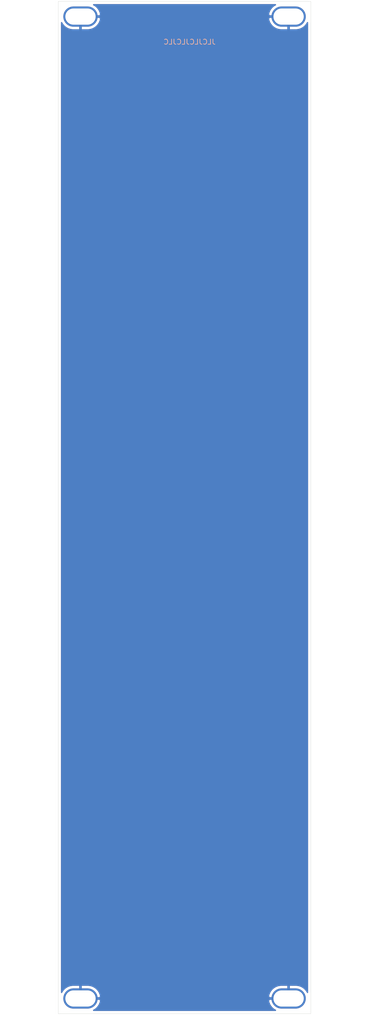
<source format=kicad_pcb>
(kicad_pcb (version 20171130) (host pcbnew 5.1.10-88a1d61d58~90~ubuntu21.04.1)

  (general
    (thickness 1.6)
    (drawings 5)
    (tracks 0)
    (zones 0)
    (modules 3)
    (nets 2)
  )

  (page A4)
  (layers
    (0 F.Cu signal)
    (31 B.Cu signal)
    (32 B.Adhes user)
    (33 F.Adhes user)
    (34 B.Paste user)
    (35 F.Paste user)
    (36 B.SilkS user)
    (37 F.SilkS user)
    (38 B.Mask user)
    (39 F.Mask user)
    (40 Dwgs.User user)
    (41 Cmts.User user)
    (42 Eco1.User user)
    (43 Eco2.User user)
    (44 Edge.Cuts user)
    (45 Margin user)
    (46 B.CrtYd user)
    (47 F.CrtYd user)
    (48 B.Fab user)
    (49 F.Fab user)
  )

  (setup
    (last_trace_width 0.25)
    (trace_clearance 0.2)
    (zone_clearance 0.508)
    (zone_45_only no)
    (trace_min 0.2)
    (via_size 0.8)
    (via_drill 0.4)
    (via_min_size 0.4)
    (via_min_drill 0.3)
    (uvia_size 0.3)
    (uvia_drill 0.1)
    (uvias_allowed no)
    (uvia_min_size 0.2)
    (uvia_min_drill 0.1)
    (edge_width 0.05)
    (segment_width 0.2)
    (pcb_text_width 0.3)
    (pcb_text_size 1.5 1.5)
    (mod_edge_width 0.12)
    (mod_text_size 1 1)
    (mod_text_width 0.15)
    (pad_size 6.8 4)
    (pad_drill 6)
    (pad_to_mask_clearance 0)
    (aux_axis_origin 0 0)
    (visible_elements FFFFFF7F)
    (pcbplotparams
      (layerselection 0x010fc_ffffffff)
      (usegerberextensions false)
      (usegerberattributes true)
      (usegerberadvancedattributes true)
      (creategerberjobfile true)
      (excludeedgelayer true)
      (linewidth 0.100000)
      (plotframeref false)
      (viasonmask false)
      (mode 1)
      (useauxorigin false)
      (hpglpennumber 1)
      (hpglpenspeed 20)
      (hpglpendiameter 15.000000)
      (psnegative false)
      (psa4output false)
      (plotreference true)
      (plotvalue true)
      (plotinvisibletext false)
      (padsonsilk false)
      (subtractmaskfromsilk false)
      (outputformat 1)
      (mirror false)
      (drillshape 0)
      (scaleselection 1)
      (outputdirectory "plots/"))
  )

  (net 0 "")
  (net 1 GND)

  (net_class Default "This is the default net class."
    (clearance 0.2)
    (trace_width 0.25)
    (via_dia 0.8)
    (via_drill 0.4)
    (uvia_dia 0.3)
    (uvia_drill 0.1)
    (add_net GND)
  )

  (module Polykit:logo-mask-5cm (layer F.Cu) (tedit 0) (tstamp 61718B07)
    (at 65 238)
    (fp_text reference G*** (at 0 0) (layer F.SilkS) hide
      (effects (font (size 1.524 1.524) (thickness 0.3)))
    )
    (fp_text value LOGO (at 0.75 0) (layer F.SilkS) hide
      (effects (font (size 1.524 1.524) (thickness 0.3)))
    )
    (fp_poly (pts (xy -0.750424 -2.951458) (xy -0.706694 -2.920763) (xy -0.620411 -2.859878) (xy -0.495057 -2.77127)
      (xy -0.334117 -2.657407) (xy -0.141075 -2.520755) (xy 0.080585 -2.363783) (xy 0.32738 -2.188956)
      (xy 0.595826 -1.998742) (xy 0.882438 -1.795609) (xy 1.183733 -1.582024) (xy 1.496227 -1.360454)
      (xy 1.538111 -1.330753) (xy 3.683 0.190255) (xy 3.690318 1.571294) (xy 3.697637 2.952334)
      (xy 2.321541 3.926586) (xy 2.073432 4.102179) (xy 1.838684 4.268194) (xy 1.621404 4.421735)
      (xy 1.425698 4.559905) (xy 1.255675 4.679807) (xy 1.115442 4.778545) (xy 1.009106 4.853221)
      (xy 0.940775 4.90094) (xy 0.914746 4.918699) (xy 0.883703 4.908379) (xy 0.813833 4.869554)
      (xy 0.712159 4.806636) (xy 0.585707 4.724035) (xy 0.441501 4.626164) (xy 0.372083 4.577891)
      (xy -0.139881 4.219223) (xy -0.141111 3.162919) (xy -0.511901 3.42296) (xy -0.637704 3.510797)
      (xy -0.746415 3.585958) (xy -0.83007 3.642996) (xy -0.880704 3.676465) (xy -0.892123 3.683)
      (xy -0.91622 3.667171) (xy -0.982404 3.621553) (xy -1.086679 3.548949) (xy -1.225048 3.452163)
      (xy -1.393516 3.333998) (xy -1.588084 3.197256) (xy -1.804758 3.044742) (xy -2.039541 2.879259)
      (xy -2.288435 2.70361) (xy -2.299333 2.695914) (xy -3.697111 1.708829) (xy -3.697111 1.447892)
      (xy 0.173832 1.447892) (xy 0.193399 1.469369) (xy 0.249457 1.516505) (xy 0.332525 1.582208)
      (xy 0.43312 1.659387) (xy 0.541762 1.740951) (xy 0.648968 1.819809) (xy 0.745258 1.88887)
      (xy 0.821149 1.941044) (xy 0.867161 1.969238) (xy 0.874889 1.972196) (xy 0.901646 1.957343)
      (xy 0.96606 1.915335) (xy 1.059816 1.851771) (xy 1.174601 1.772249) (xy 1.239121 1.726955)
      (xy 1.360794 1.639488) (xy 1.464159 1.561978) (xy 1.54118 1.500707) (xy 1.583819 1.461957)
      (xy 1.589737 1.452909) (xy 1.568539 1.429701) (xy 1.511085 1.380925) (xy 1.427027 1.313854)
      (xy 1.326015 1.235762) (xy 1.217699 1.153925) (xy 1.11173 1.075615) (xy 1.017758 1.008108)
      (xy 0.945435 0.958676) (xy 0.90441 0.934595) (xy 0.900538 0.933421) (xy 0.871499 0.948044)
      (xy 0.806847 0.989292) (xy 0.716359 1.050242) (xy 0.609816 1.123972) (xy 0.496995 1.203559)
      (xy 0.387675 1.282078) (xy 0.291636 1.352609) (xy 0.218656 1.408227) (xy 0.178514 1.44201)
      (xy 0.173832 1.447892) (xy -3.697111 1.447892) (xy -3.697111 0.843208) (xy 1.059465 0.843208)
      (xy 1.098962 0.875611) (xy 1.172134 0.929432) (xy 1.268789 0.997755) (xy 1.378737 1.073666)
      (xy 1.491785 1.150248) (xy 1.597742 1.220587) (xy 1.686418 1.277766) (xy 1.74762 1.314871)
      (xy 1.770166 1.325467) (xy 1.804259 1.310325) (xy 1.875339 1.267949) (xy 1.974517 1.203989)
      (xy 2.092903 1.124096) (xy 2.157148 1.0795) (xy 2.27911 0.993179) (xy 2.382782 0.918133)
      (xy 2.460189 0.860267) (xy 2.503358 0.825487) (xy 2.50963 0.818445) (xy 2.487331 0.79416)
      (xy 2.427044 0.746658) (xy 2.338684 0.682577) (xy 2.232166 0.608555) (xy 2.117405 0.531229)
      (xy 2.004317 0.457238) (xy 1.902816 0.393218) (xy 1.822817 0.345807) (xy 1.774235 0.321643)
      (xy 1.765259 0.320125) (xy 1.721526 0.344421) (xy 1.647446 0.393176) (xy 1.552308 0.459506)
      (xy 1.445404 0.536524) (xy 1.336025 0.617345) (xy 1.233461 0.695083) (xy 1.147003 0.762853)
      (xy 1.085941 0.813769) (xy 1.059566 0.840946) (xy 1.059465 0.843208) (xy -3.697111 0.843208)
      (xy -3.697111 0.202146) (xy -1.63914 0.202146) (xy -1.264169 0.464533) (xy -0.889197 0.726921)
      (xy -0.733876 0.614856) (xy -0.633415 0.542865) (xy -0.510854 0.455736) (xy -0.39037 0.370648)
      (xy -0.373944 0.359104) (xy -0.28295 0.293469) (xy -0.212936 0.23966) (xy -0.174373 0.205878)
      (xy -0.170067 0.199431) (xy -0.170763 0.198503) (xy 1.961445 0.198503) (xy 1.983065 0.221434)
      (xy 2.041394 0.269243) (xy 2.126636 0.334822) (xy 2.228995 0.411061) (xy 2.338675 0.490853)
      (xy 2.445879 0.567086) (xy 2.540811 0.632654) (xy 2.613676 0.680445) (xy 2.654676 0.703352)
      (xy 2.658497 0.70435) (xy 2.687173 0.689347) (xy 2.753596 0.647127) (xy 2.849502 0.583167)
      (xy 2.966626 0.50294) (xy 3.045911 0.447686) (xy 3.413606 0.189816) (xy 3.043336 -0.073876)
      (xy 2.673067 -0.337568) (xy 2.543033 -0.243102) (xy 2.460092 -0.183171) (xy 2.350173 -0.10418)
      (xy 2.232294 -0.019786) (xy 2.187222 0.01239) (xy 2.091174 0.083291) (xy 2.015442 0.143757)
      (xy 1.970013 0.185558) (xy 1.961445 0.198503) (xy -0.170763 0.198503) (xy -0.17915 0.187336)
      (xy -0.208811 0.161732) (xy -0.263561 0.119249) (xy -0.347908 0.056515) (xy -0.466361 -0.029839)
      (xy -0.623429 -0.143186) (xy -0.750022 -0.23412) (xy -0.893267 -0.336889) (xy -1.173356 -0.136712)
      (xy -1.292269 -0.051478) (xy -1.403438 0.028643) (xy -1.493693 0.094136) (xy -1.546292 0.132806)
      (xy -1.63914 0.202146) (xy -3.697111 0.202146) (xy -3.697111 -0.428283) (xy -2.51046 -0.428283)
      (xy -2.488389 -0.406607) (xy -2.429597 -0.359858) (xy -2.343808 -0.295041) (xy -2.240744 -0.219161)
      (xy -2.130129 -0.139223) (xy -2.021684 -0.062234) (xy -1.925132 0.004802) (xy -1.850197 0.054879)
      (xy -1.8066 0.080992) (xy -1.800614 0.083169) (xy -1.77194 0.068267) (xy -1.705522 0.026135)
      (xy -1.609623 -0.037757) (xy -1.492507 -0.117941) (xy -1.4132 -0.173203) (xy -1.069905 -0.413961)
      (xy -0.705046 -0.413961) (xy -0.699515 -0.405608) (xy -0.649828 -0.363638) (xy -0.569265 -0.303315)
      (xy -0.467853 -0.231342) (xy -0.355618 -0.154421) (xy -0.242585 -0.079255) (xy -0.138782 -0.012547)
      (xy -0.054233 0.039002) (xy 0.001034 0.068688) (xy 0.016524 0.073079) (xy 0.049259 0.0534)
      (xy 0.118902 0.006772) (xy 0.216593 -0.06072) (xy 0.333468 -0.142994) (xy 0.391575 -0.184374)
      (xy 0.510842 -0.2704) (xy 0.6111 -0.344221) (xy 0.684617 -0.400023) (xy 0.72366 -0.431992)
      (xy 0.727829 -0.437231) (xy 0.723901 -0.440091) (xy 1.069327 -0.440091) (xy 1.086631 -0.414602)
      (xy 1.142064 -0.365726) (xy 1.226 -0.300166) (xy 1.328814 -0.224624) (xy 1.440878 -0.145803)
      (xy 1.552567 -0.070405) (xy 1.654255 -0.005134) (xy 1.736315 0.04331) (xy 1.789122 0.068222)
      (xy 1.80156 0.069754) (xy 1.83692 0.049198) (xy 1.908772 0.001678) (xy 2.007962 -0.066566)
      (xy 2.125338 -0.149291) (xy 2.177808 -0.186818) (xy 2.294776 -0.273195) (xy 2.391045 -0.348842)
      (xy 2.459227 -0.407583) (xy 2.491935 -0.44324) (xy 2.492915 -0.450301) (xy 2.461425 -0.474051)
      (xy 2.394264 -0.522707) (xy 2.301932 -0.588712) (xy 2.215445 -0.650027) (xy 2.10162 -0.730744)
      (xy 1.995837 -0.8063) (xy 1.912197 -0.866596) (xy 1.874214 -0.894434) (xy 1.786983 -0.959403)
      (xy 1.433652 -0.712535) (xy 1.310334 -0.625256) (xy 1.20429 -0.548083) (xy 1.123846 -0.487242)
      (xy 1.077323 -0.448955) (xy 1.069327 -0.440091) (xy 0.723901 -0.440091) (xy 0.703274 -0.455107)
      (xy 0.640818 -0.500078) (xy 0.548466 -0.566393) (xy 0.434223 -0.648302) (xy 0.360437 -0.701153)
      (xy 0.001208 -0.958372) (xy -0.3673 -0.699931) (xy -0.508301 -0.59973) (xy -0.607304 -0.525703)
      (xy -0.669581 -0.47318) (xy -0.700404 -0.43749) (xy -0.705046 -0.413961) (xy -1.069905 -0.413961)
      (xy -1.045505 -0.431073) (xy -1.787171 -0.959259) (xy -1.874308 -0.89401) (xy -1.932635 -0.851634)
      (xy -2.024161 -0.786624) (xy -2.135602 -0.708363) (xy -2.236611 -0.638053) (xy -2.343622 -0.562303)
      (xy -2.430972 -0.497451) (xy -2.489602 -0.450435) (xy -2.51046 -0.428283) (xy -3.697111 -0.428283)
      (xy -3.697111 -1.044541) (xy -3.395984 -1.044541) (xy -3.36561 -1.021711) (xy -3.297568 -0.972918)
      (xy -3.200584 -0.904349) (xy -3.083382 -0.822191) (xy -3.02264 -0.779837) (xy -2.876368 -0.681009)
      (xy -2.761568 -0.609731) (xy -2.682404 -0.568402) (xy -2.643037 -0.559422) (xy -2.64164 -0.560242)
      (xy -2.608257 -0.584401) (xy -2.537834 -0.634356) (xy -2.439609 -0.703586) (xy -2.322817 -0.78557)
      (xy -2.278944 -0.816294) (xy -2.160863 -0.900243) (xy -2.061482 -0.973394) (xy -1.989014 -1.029506)
      (xy -1.951676 -1.062334) (xy -1.950215 -1.064629) (xy 0.142287 -1.064629) (xy 0.514065 -0.802145)
      (xy 0.641287 -0.714622) (xy 0.753528 -0.641732) (xy 0.842401 -0.588583) (xy 0.899518 -0.56028)
      (xy 0.915644 -0.557627) (xy 0.948372 -0.579719) (xy 1.017976 -0.628168) (xy 1.115351 -0.696593)
      (xy 1.231395 -0.778611) (xy 1.277056 -0.810994) (xy 1.394889 -0.896014) (xy 1.494114 -0.970226)
      (xy 1.566571 -1.027322) (xy 1.604102 -1.060995) (xy 1.607508 -1.066476) (xy 1.585603 -1.08742)
      (xy 1.527057 -1.13356) (xy 1.441584 -1.197884) (xy 1.338895 -1.273379) (xy 1.228705 -1.353035)
      (xy 1.120727 -1.429839) (xy 1.024673 -1.496781) (xy 0.950256 -1.546847) (xy 0.907191 -1.573028)
      (xy 0.903536 -1.574656) (xy 0.87408 -1.562077) (xy 0.807008 -1.521945) (xy 0.710597 -1.459563)
      (xy 0.593128 -1.380234) (xy 0.511842 -1.323803) (xy 0.142287 -1.064629) (xy -1.950215 -1.064629)
      (xy -1.948409 -1.067465) (xy -1.970586 -1.091674) (xy -2.0278 -1.137077) (xy -2.107832 -1.194001)
      (xy -2.110687 -1.195941) (xy -2.214898 -1.267146) (xy -2.340139 -1.353422) (xy -2.461235 -1.437422)
      (xy -2.474082 -1.446378) (xy -2.676275 -1.587429) (xy -3.047844 -1.326554) (xy -3.171407 -1.237602)
      (xy -3.274652 -1.159035) (xy -3.350395 -1.096672) (xy -3.391449 -1.056335) (xy -3.395984 -1.044541)
      (xy -3.697111 -1.044541) (xy -3.697111 -1.069658) (xy -3.186053 -1.435373) (xy -2.674994 -1.801089)
      (xy -2.304108 -1.535017) (xy -1.933222 -1.268946) (xy -1.921952 -1.696583) (xy -0.738723 -1.696583)
      (xy -0.549412 -1.560902) (xy -0.432543 -1.476569) (xy -0.307688 -1.385583) (xy -0.201762 -1.307558)
      (xy -0.201217 -1.307154) (xy -0.117007 -1.24788) (xy -0.047472 -1.204881) (xy -0.007345 -1.187247)
      (xy -0.006828 -1.187209) (xy 0.029164 -1.202111) (xy 0.09985 -1.243977) (xy 0.194586 -1.306151)
      (xy 0.289506 -1.372459) (xy 0.405046 -1.455579) (xy 0.513291 -1.533855) (xy 0.600237 -1.597138)
      (xy 0.643374 -1.6289) (xy 0.736414 -1.698216) (xy 0.380644 -1.949774) (xy 0.256362 -2.036567)
      (xy 0.147705 -2.110403) (xy 0.063206 -2.165644) (xy 0.011396 -2.196651) (xy 0 -2.201333)
      (xy -0.030525 -2.185808) (xy -0.09838 -2.142986) (xy -0.195047 -2.078496) (xy -0.312011 -1.997969)
      (xy -0.381799 -1.948958) (xy -0.738723 -1.696583) (xy -1.921952 -1.696583) (xy -1.919111 -1.804357)
      (xy -1.905208 -2.331891) (xy -1.607186 -2.331891) (xy -1.58807 -2.306071) (xy -1.531102 -2.256695)
      (xy -1.446007 -2.190572) (xy -1.342511 -2.114516) (xy -1.23034 -2.035337) (xy -1.11922 -1.959849)
      (xy -1.018877 -1.894861) (xy -0.939036 -1.847187) (xy -0.889423 -1.823639) (xy -0.879978 -1.822569)
      (xy -0.844744 -1.84217) (xy -0.772525 -1.888416) (xy -0.67238 -1.955307) (xy -0.553368 -2.036841)
      (xy -0.492339 -2.079322) (xy -0.371453 -2.164526) (xy -0.269496 -2.237596) (xy -0.194258 -2.292853)
      (xy -0.153527 -2.324617) (xy -0.148583 -2.329976) (xy -0.175953 -2.349787) (xy -0.239657 -2.394814)
      (xy -0.32968 -2.45806) (xy -0.436006 -2.532526) (xy -0.54862 -2.611217) (xy -0.657505 -2.687135)
      (xy -0.752646 -2.753282) (xy -0.824028 -2.802662) (xy -0.861635 -2.828278) (xy -0.864127 -2.829876)
      (xy -0.895211 -2.820416) (xy -0.962032 -2.784291) (xy -1.054734 -2.728108) (xy -1.163458 -2.658472)
      (xy -1.278347 -2.58199) (xy -1.389543 -2.505269) (xy -1.487188 -2.434914) (xy -1.561424 -2.377534)
      (xy -1.602394 -2.339733) (xy -1.607186 -2.331891) (xy -1.905208 -2.331891) (xy -1.905 -2.339767)
      (xy -0.89407 -3.051155) (xy -0.750424 -2.951458)) (layer F.Mask) (width 0.01))
    (fp_poly (pts (xy -13.633141 -2.999513) (xy -13.596402 -2.974234) (xy -13.518017 -2.919349) (xy -13.40235 -2.837946)
      (xy -13.253771 -2.73311) (xy -13.076644 -2.607927) (xy -12.875338 -2.465482) (xy -12.654218 -2.308862)
      (xy -12.417653 -2.141153) (xy -12.224719 -2.004271) (xy -10.893253 -1.059321) (xy -10.907889 1.706093)
      (xy -12.182048 2.60988) (xy -12.424197 2.781665) (xy -12.655754 2.945978) (xy -12.872022 3.099486)
      (xy -13.068306 3.238854) (xy -13.239912 3.360746) (xy -13.382144 3.461829) (xy -13.490307 3.538768)
      (xy -13.559705 3.588227) (xy -13.579658 3.602514) (xy -13.703108 3.691361) (xy -15.106814 2.699823)
      (xy -16.510519 1.708285) (xy -16.503204 0.314022) (xy -16.502616 0.201742) (xy -14.452606 0.201742)
      (xy -14.077346 0.464331) (xy -13.702086 0.726921) (xy -13.546765 0.614856) (xy -13.446304 0.542865)
      (xy -13.323743 0.455736) (xy -13.203259 0.370648) (xy -13.186833 0.359104) (xy -13.095836 0.293468)
      (xy -13.025814 0.239659) (xy -12.987239 0.205877) (xy -12.982928 0.199431) (xy -13.00576 0.173934)
      (xy -13.066584 0.125414) (xy -13.155459 0.060532) (xy -13.262439 -0.014053) (xy -13.377581 -0.09168)
      (xy -13.49094 -0.16569) (xy -13.592574 -0.229423) (xy -13.672538 -0.276218) (xy -13.720887 -0.299416)
      (xy -13.729389 -0.300515) (xy -13.764623 -0.279752) (xy -13.83656 -0.232217) (xy -13.936083 -0.164101)
      (xy -14.054075 -0.081598) (xy -14.10963 -0.042237) (xy -14.452606 0.201742) (xy -16.502616 0.201742)
      (xy -16.499313 -0.427763) (xy -15.323839 -0.427763) (xy -15.301853 -0.407304) (xy -15.242855 -0.361931)
      (xy -15.156514 -0.298458) (xy -15.0525 -0.223699) (xy -14.940482 -0.14447) (xy -14.830131 -0.067586)
      (xy -14.731116 0.00014) (xy -14.653107 0.051893) (xy -14.605773 0.080858) (xy -14.596713 0.084667)
      (xy -14.570601 0.069151) (xy -14.506702 0.026308) (xy -14.413103 -0.038302) (xy -14.297892 -0.119119)
      (xy -14.221647 -0.173153) (xy -13.883108 -0.413961) (xy -13.517935 -0.413961) (xy -13.512404 -0.405608)
      (xy -13.462717 -0.363638) (xy -13.382154 -0.303315) (xy -13.280742 -0.231342) (xy -13.168507 -0.154421)
      (xy -13.055474 -0.079255) (xy -12.951671 -0.012547) (xy -12.867122 0.039002) (xy -12.811854 0.068688)
      (xy -12.796365 0.073079) (xy -12.76363 0.0534) (xy -12.693987 0.006772) (xy -12.596296 -0.06072)
      (xy -12.479421 -0.142994) (xy -12.421314 -0.184374) (xy -12.302047 -0.2704) (xy -12.201789 -0.344221)
      (xy -12.128272 -0.400023) (xy -12.089228 -0.431992) (xy -12.08506 -0.437231) (xy -12.109615 -0.455107)
      (xy -12.172071 -0.500078) (xy -12.264423 -0.566393) (xy -12.378666 -0.648302) (xy -12.452452 -0.701153)
      (xy -12.811681 -0.958372) (xy -13.180189 -0.699931) (xy -13.32119 -0.59973) (xy -13.420193 -0.525703)
      (xy -13.482469 -0.47318) (xy -13.513293 -0.43749) (xy -13.517935 -0.413961) (xy -13.883108 -0.413961)
      (xy -13.85919 -0.430974) (xy -13.963984 -0.506195) (xy -14.030404 -0.553325) (xy -14.12876 -0.622447)
      (xy -14.244585 -0.703418) (xy -14.338859 -0.769045) (xy -14.608941 -0.956674) (xy -14.966804 -0.70149)
      (xy -15.089416 -0.612893) (xy -15.193819 -0.535231) (xy -15.272177 -0.474511) (xy -15.316653 -0.436743)
      (xy -15.323839 -0.427763) (xy -16.499313 -0.427763) (xy -16.496012 -1.056896) (xy -16.220806 -1.056896)
      (xy -16.196506 -1.039321) (xy -16.134055 -0.994899) (xy -16.041441 -0.929293) (xy -15.926656 -0.848167)
      (xy -15.850455 -0.794389) (xy -15.487243 -0.538191) (xy -15.300122 -0.670143) (xy -15.184071 -0.752192)
      (xy -15.060606 -0.839817) (xy -14.957778 -0.913104) (xy -14.875514 -0.972502) (xy -14.811016 -1.020109)
      (xy -14.779085 -1.044938) (xy -14.793026 -1.064395) (xy -12.670272 -1.064395) (xy -12.297895 -0.801488)
      (xy -12.159138 -0.703823) (xy -12.05856 -0.634899) (xy -11.988236 -0.590896) (xy -11.940238 -0.567995)
      (xy -11.906641 -0.562377) (xy -11.879518 -0.570222) (xy -11.852338 -0.586791) (xy -11.800689 -0.621501)
      (xy -11.714709 -0.680007) (xy -11.606516 -0.754039) (xy -11.492249 -0.832555) (xy -11.382526 -0.90948)
      (xy -11.292083 -0.975501) (xy -11.229886 -1.023884) (xy -11.204905 -1.047893) (xy -11.204782 -1.048472)
      (xy -11.226065 -1.068851) (xy -11.283913 -1.114903) (xy -11.368846 -1.179652) (xy -11.471386 -1.256124)
      (xy -11.582052 -1.337341) (xy -11.691366 -1.41633) (xy -11.789849 -1.486115) (xy -11.868021 -1.539719)
      (xy -11.903285 -1.562479) (xy -11.941475 -1.555182) (xy -12.020497 -1.513727) (xy -12.137555 -1.43977)
      (xy -12.289855 -1.334968) (xy -12.304698 -1.324433) (xy -12.670272 -1.064395) (xy -14.793026 -1.064395)
      (xy -14.794089 -1.065878) (xy -14.846131 -1.112509) (xy -14.926165 -1.177932) (xy -15.025144 -1.255248)
      (xy -15.134021 -1.33756) (xy -15.243747 -1.417968) (xy -15.345278 -1.489575) (xy -15.429564 -1.545483)
      (xy -15.459285 -1.563581) (xy -15.496561 -1.555686) (xy -15.573618 -1.515124) (xy -15.686142 -1.444465)
      (xy -15.829822 -1.34628) (xy -15.861535 -1.323838) (xy -15.985013 -1.235332) (xy -16.089835 -1.158908)
      (xy -16.168449 -1.100177) (xy -16.213304 -1.064749) (xy -16.220806 -1.056896) (xy -16.496012 -1.056896)
      (xy -16.495889 -1.08024) (xy -15.636807 -1.687614) (xy -15.323591 -1.687614) (xy -15.302148 -1.6655)
      (xy -15.243522 -1.618973) (xy -15.157508 -1.554909) (xy -15.053902 -1.480187) (xy -14.942497 -1.401683)
      (xy -14.833088 -1.326275) (xy -14.73547 -1.260839) (xy -14.659438 -1.212254) (xy -14.614787 -1.187395)
      (xy -14.608567 -1.185571) (xy -14.577979 -1.200926) (xy -14.510085 -1.243388) (xy -14.413536 -1.307294)
      (xy -14.29698 -1.386978) (xy -14.234622 -1.430463) (xy -14.113193 -1.516886) (xy -14.010112 -1.592549)
      (xy -13.933403 -1.65138) (xy -13.891087 -1.687306) (xy -13.886471 -1.693333) (xy -13.545928 -1.693333)
      (xy -13.523963 -1.671534) (xy -13.464786 -1.625281) (xy -13.378168 -1.5614) (xy -13.273882 -1.486717)
      (xy -13.161698 -1.408061) (xy -13.051389 -1.332257) (xy -12.952725 -1.266132) (xy -12.87548 -1.216513)
      (xy -12.829423 -1.190226) (xy -12.822293 -1.187784) (xy -12.788635 -1.202308) (xy -12.717944 -1.24394)
      (xy -12.619173 -1.307051) (xy -12.501274 -1.386015) (xy -12.442011 -1.426857) (xy -12.320143 -1.511769)
      (xy -12.215728 -1.584852) (xy -12.137071 -1.640268) (xy -12.092475 -1.672177) (xy -12.085593 -1.677443)
      (xy -12.103088 -1.696392) (xy -12.158396 -1.739861) (xy -12.24215 -1.801388) (xy -12.34498 -1.874513)
      (xy -12.457519 -1.952774) (xy -12.570399 -2.02971) (xy -12.67425 -2.098859) (xy -12.759706 -2.15376)
      (xy -12.817396 -2.187953) (xy -12.837445 -2.195992) (xy -12.872403 -2.175014) (xy -12.940885 -2.129323)
      (xy -13.033197 -2.065799) (xy -13.139641 -1.991321) (xy -13.250523 -1.912768) (xy -13.356147 -1.837019)
      (xy -13.446817 -1.770952) (xy -13.512837 -1.721446) (xy -13.544512 -1.695382) (xy -13.545928 -1.693333)
      (xy -13.886471 -1.693333) (xy -13.885333 -1.694818) (xy -13.907291 -1.716753) (xy -13.96784 -1.764577)
      (xy -14.058994 -1.832293) (xy -14.172769 -1.913907) (xy -14.24033 -1.96132) (xy -14.595327 -2.208595)
      (xy -14.797719 -2.067406) (xy -14.916686 -1.984804) (xy -15.04275 -1.897891) (xy -15.150767 -1.823994)
      (xy -15.161313 -1.81683) (xy -15.2419 -1.759581) (xy -15.300054 -1.713384) (xy -15.323548 -1.687974)
      (xy -15.323591 -1.687614) (xy -15.636807 -1.687614) (xy -15.102993 -2.065022) (xy -14.759954 -2.307552)
      (xy -14.414629 -2.307552) (xy -14.387435 -2.27817) (xy -14.323317 -2.226631) (xy -14.232455 -2.159795)
      (xy -14.125028 -2.084525) (xy -14.011215 -2.00768) (xy -13.901196 -1.936122) (xy -13.805149 -1.876712)
      (xy -13.733255 -1.836311) (xy -13.695691 -1.82178) (xy -13.694247 -1.822004) (xy -13.659196 -1.841365)
      (xy -13.587199 -1.887035) (xy -13.487538 -1.952938) (xy -13.369494 -2.032995) (xy -13.320659 -2.066616)
      (xy -13.201209 -2.150126) (xy -13.100342 -2.222407) (xy -13.026253 -2.277449) (xy -12.987138 -2.309238)
      (xy -12.983111 -2.314222) (xy -13.005684 -2.340255) (xy -13.066436 -2.389081) (xy -13.155386 -2.454057)
      (xy -13.262553 -2.528539) (xy -13.377956 -2.605884) (xy -13.491614 -2.679447) (xy -13.593545 -2.742585)
      (xy -13.673769 -2.788654) (xy -13.722304 -2.81101) (xy -13.730651 -2.811809) (xy -13.780292 -2.785208)
      (xy -13.859011 -2.734623) (xy -13.957156 -2.667165) (xy -14.065077 -2.589951) (xy -14.173126 -2.510095)
      (xy -14.271651 -2.43471) (xy -14.351003 -2.370912) (xy -14.401532 -2.325815) (xy -14.414629 -2.307552)
      (xy -14.759954 -2.307552) (xy -13.710097 -3.049805) (xy -13.633141 -2.999513)) (layer F.Mask) (width 0.01))
    (fp_poly (pts (xy -6.788405 -1.434408) (xy -4.489392 0.183445) (xy -4.488363 1.568829) (xy -4.487333 2.954214)
      (xy -4.847167 3.210589) (xy -4.986225 3.309731) (xy -5.123018 3.407373) (xy -5.244572 3.494248)
      (xy -5.337915 3.561087) (xy -5.362699 3.57888) (xy -5.518398 3.690796) (xy -7.691032 2.155738)
      (xy -8.00674 1.93263) (xy -8.311502 1.717164) (xy -8.601872 1.511784) (xy -8.874402 1.318932)
      (xy -9.125646 1.141049) (xy -9.352156 0.980577) (xy -9.550487 0.83996) (xy -9.71719 0.721638)
      (xy -9.84882 0.628054) (xy -9.941929 0.56165) (xy -9.993071 0.524869) (xy -9.99799 0.521259)
      (xy -10.132314 0.421839) (xy -10.131045 0.183488) (xy -6.259378 0.183488) (xy -6.241028 0.20118)
      (xy -6.185496 0.244181) (xy -6.102136 0.305856) (xy -6.000299 0.379567) (xy -5.889339 0.458678)
      (xy -5.778608 0.536553) (xy -5.677459 0.606555) (xy -5.595245 0.662048) (xy -5.541318 0.696394)
      (xy -5.525411 0.704301) (xy -5.496482 0.689158) (xy -5.430434 0.646634) (xy -5.335843 0.582485)
      (xy -5.221284 0.502463) (xy -5.165455 0.462774) (xy -5.04495 0.375892) (xy -4.941446 0.299831)
      (xy -4.863394 0.240915) (xy -4.819245 0.205465) (xy -4.812729 0.198915) (xy -4.828669 0.174852)
      (xy -4.882037 0.126714) (xy -4.963678 0.062301) (xy -5.031574 0.012538) (xy -5.148113 -0.070543)
      (xy -5.263904 -0.153093) (xy -5.360522 -0.221974) (xy -5.393074 -0.245182) (xy -5.522704 -0.337602)
      (xy -5.886963 -0.080488) (xy -6.011487 0.007474) (xy -6.118742 0.083365) (xy -6.200727 0.14151)
      (xy -6.249436 0.176237) (xy -6.259378 0.183488) (xy -10.131045 0.183488) (xy -10.127869 -0.412514)
      (xy -7.11247 -0.412514) (xy -7.08046 -0.387172) (xy -7.011205 -0.336233) (xy -6.913825 -0.266288)
      (xy -6.797444 -0.18393) (xy -6.752847 -0.152648) (xy -6.622127 -0.061795) (xy -6.528908 0.000323)
      (xy -6.464747 0.037754) (xy -6.421197 0.054546) (xy -6.389813 0.054747) (xy -6.362148 0.042405)
      (xy -6.355077 0.037997) (xy -6.307959 0.006137) (xy -6.225964 -0.051009) (xy -6.120032 -0.125758)
      (xy -6.001099 -0.210426) (xy -5.982826 -0.223498) (xy -5.676054 -0.443102) (xy -6.023024 -0.685846)
      (xy -6.146349 -0.771426) (xy -6.254177 -0.844937) (xy -6.337684 -0.900464) (xy -6.388048 -0.932094)
      (xy -6.39774 -0.937017) (xy -6.432602 -0.925797) (xy -6.500117 -0.88728) (xy -6.59103 -0.828256)
      (xy -6.696089 -0.755516) (xy -6.806038 -0.675851) (xy -6.911624 -0.596052) (xy -7.003593 -0.522911)
      (xy -7.072692 -0.463217) (xy -7.109666 -0.423763) (xy -7.11247 -0.412514) (xy -10.127869 -0.412514)
      (xy -10.12499 -0.952887) (xy -10.124502 -1.044541) (xy -8.024428 -1.044541) (xy -7.994055 -1.021711)
      (xy -7.926013 -0.972918) (xy -7.829028 -0.904349) (xy -7.711826 -0.822191) (xy -7.651084 -0.779837)
      (xy -7.504812 -0.681009) (xy -7.390013 -0.609731) (xy -7.310849 -0.568402) (xy -7.271481 -0.559422)
      (xy -7.270084 -0.560242) (xy -7.236701 -0.584401) (xy -7.166279 -0.634356) (xy -7.068053 -0.703586)
      (xy -6.951261 -0.78557) (xy -6.907389 -0.816294) (xy -6.789308 -0.900243) (xy -6.689926 -0.973394)
      (xy -6.617459 -1.029506) (xy -6.580121 -1.062334) (xy -6.576854 -1.067465) (xy -6.599031 -1.091674)
      (xy -6.656245 -1.137077) (xy -6.736277 -1.194001) (xy -6.739131 -1.195941) (xy -6.843343 -1.267146)
      (xy -6.968584 -1.353422) (xy -7.08968 -1.437422) (xy -7.102527 -1.446378) (xy -7.30472 -1.587429)
      (xy -7.676288 -1.326554) (xy -7.799851 -1.237602) (xy -7.903096 -1.159035) (xy -7.978839 -1.096672)
      (xy -8.019893 -1.056335) (xy -8.024428 -1.044541) (xy -10.124502 -1.044541) (xy -10.121018 -1.698664)
      (xy -8.910545 -1.698664) (xy -8.891213 -1.676641) (xy -8.834765 -1.629846) (xy -8.750798 -1.565187)
      (xy -8.648913 -1.48957) (xy -8.538707 -1.409902) (xy -8.429782 -1.33309) (xy -8.331736 -1.266041)
      (xy -8.254168 -1.215662) (xy -8.206678 -1.188859) (xy -8.198441 -1.18629) (xy -8.165315 -1.201261)
      (xy -8.096618 -1.242658) (xy -8.00264 -1.304003) (xy -7.902108 -1.372899) (xy -7.784822 -1.455313)
      (xy -7.675115 -1.532982) (xy -7.586837 -1.59607) (xy -7.541071 -1.629341) (xy -7.448031 -1.698216)
      (xy -7.8038 -1.949774) (xy -7.928284 -2.036606) (xy -8.037378 -2.110467) (xy -8.122483 -2.165708)
      (xy -8.175002 -2.196684) (xy -8.186781 -2.201333) (xy -8.218186 -2.185913) (xy -8.285104 -2.14428)
      (xy -8.377538 -2.083379) (xy -8.485493 -2.010152) (xy -8.598969 -1.931542) (xy -8.707972 -1.854492)
      (xy -8.802503 -1.785946) (xy -8.872566 -1.732846) (xy -8.908164 -1.702136) (xy -8.910545 -1.698664)
      (xy -10.121018 -1.698664) (xy -10.117674 -2.326472) (xy -9.807222 -2.326472) (xy -9.785783 -2.307502)
      (xy -9.727824 -2.262826) (xy -9.642883 -2.199365) (xy -9.540498 -2.124043) (xy -9.430207 -2.043783)
      (xy -9.321548 -1.965506) (xy -9.224058 -1.896136) (xy -9.147276 -1.842595) (xy -9.100739 -1.811807)
      (xy -9.091617 -1.807082) (xy -9.066214 -1.822049) (xy -9.002846 -1.863872) (xy -8.909755 -1.926989)
      (xy -8.795184 -2.005838) (xy -8.730632 -2.050668) (xy -8.607587 -2.137133) (xy -8.501625 -2.213025)
      (xy -8.421154 -2.27221) (xy -8.374585 -2.308554) (xy -8.366658 -2.316214) (xy -8.384079 -2.338651)
      (xy -8.440638 -2.387007) (xy -8.528841 -2.455397) (xy -8.641195 -2.537934) (xy -8.721245 -2.594716)
      (xy -9.088871 -2.85212) (xy -9.448047 -2.595329) (xy -9.570808 -2.506832) (xy -9.675517 -2.429954)
      (xy -9.754362 -2.370545) (xy -9.799531 -2.334452) (xy -9.807222 -2.326472) (xy -10.117674 -2.326472)
      (xy -10.117667 -2.327613) (xy -9.602542 -2.689937) (xy -9.087418 -3.052262) (xy -6.788405 -1.434408)) (layer F.Mask) (width 0.01))
    (fp_poly (pts (xy 13.759214 -3.005711) (xy 13.831526 -2.956313) (xy 13.935176 -2.88494) (xy 14.062683 -2.796748)
      (xy 14.206564 -2.696892) (xy 14.247374 -2.668513) (xy 14.732 -2.331359) (xy 14.732 -1.271289)
      (xy 15.091833 -1.525437) (xy 15.216772 -1.612815) (xy 15.325936 -1.687531) (xy 15.410876 -1.743929)
      (xy 15.463144 -1.776353) (xy 15.475052 -1.781937) (xy 15.501681 -1.76652) (xy 15.570317 -1.721278)
      (xy 15.67691 -1.649015) (xy 15.817409 -1.552534) (xy 15.987764 -1.434639) (xy 16.183922 -1.298133)
      (xy 16.401834 -1.145821) (xy 16.637449 -0.980505) (xy 16.886716 -0.80499) (xy 16.893192 -0.800422)
      (xy 18.287947 0.183445) (xy 18.287974 1.570583) (xy 18.288 2.95772) (xy 17.801167 3.303603)
      (xy 17.654928 3.407507) (xy 17.523569 3.500848) (xy 17.414314 3.578493) (xy 17.334386 3.635308)
      (xy 17.291009 3.66616) (xy 17.286111 3.66965) (xy 17.258663 3.657399) (xy 17.189295 3.61513)
      (xy 17.082052 3.545586) (xy 16.940977 3.45151) (xy 16.770114 3.335645) (xy 16.573508 3.200736)
      (xy 16.355203 3.049525) (xy 16.119242 2.884755) (xy 15.869669 2.709171) (xy 15.854744 2.69863)
      (xy 14.451598 1.707445) (xy 14.443632 1.180213) (xy 14.435667 0.652982) (xy 14.074721 0.907639)
      (xy 13.931636 1.005689) (xy 13.81379 1.080579) (xy 13.727135 1.128788) (xy 13.677618 1.146796)
      (xy 13.671704 1.146153) (xy 13.636868 1.125449) (xy 13.563751 1.076905) (xy 13.459863 1.005683)
      (xy 13.332712 0.916946) (xy 13.189809 0.815856) (xy 13.150705 0.787975) (xy 12.671778 0.445943)
      (xy 12.671778 0.190196) (xy 16.511691 0.190196) (xy 16.870679 0.445445) (xy 16.995284 0.533201)
      (xy 17.104098 0.608249) (xy 17.188703 0.664909) (xy 17.240683 0.697499) (xy 17.252464 0.703125)
      (xy 17.282314 0.688494) (xy 17.349463 0.646562) (xy 17.445357 0.582942) (xy 17.56144 0.503249)
      (xy 17.625112 0.458612) (xy 17.746637 0.37173) (xy 17.849998 0.295736) (xy 17.927166 0.236698)
      (xy 17.970115 0.200686) (xy 17.976259 0.193125) (xy 17.954921 0.171238) (xy 17.895188 0.122958)
      (xy 17.804885 0.05429) (xy 17.691835 -0.028757) (xy 17.619693 -0.080601) (xy 17.26183 -0.335786)
      (xy 16.991748 -0.148156) (xy 16.872323 -0.064978) (xy 16.75892 0.01438) (xy 16.666017 0.079765)
      (xy 16.616679 0.114834) (xy 16.511691 0.190196) (xy 12.671778 0.190196) (xy 12.671778 -0.413899)
      (xy 15.663812 -0.413899) (xy 15.669373 -0.405487) (xy 15.69986 -0.381611) (xy 15.765946 -0.333196)
      (xy 15.857339 -0.267505) (xy 15.96375 -0.191806) (xy 16.074889 -0.113362) (xy 16.180466 -0.03944)
      (xy 16.270191 0.022695) (xy 16.333773 0.065779) (xy 16.360268 0.082316) (xy 16.383889 0.067675)
      (xy 16.445537 0.02572) (xy 16.537304 -0.038067) (xy 16.651278 -0.118204) (xy 16.727157 -0.171943)
      (xy 16.851125 -0.260103) (xy 16.957885 -0.336285) (xy 17.039404 -0.394737) (xy 17.087648 -0.429705)
      (xy 17.097254 -0.436993) (xy 17.078335 -0.455024) (xy 17.020445 -0.499395) (xy 16.93117 -0.564536)
      (xy 16.818097 -0.644876) (xy 16.73724 -0.701353) (xy 16.368528 -0.957272) (xy 16.000804 -0.699382)
      (xy 15.860022 -0.599337) (xy 15.76122 -0.525455) (xy 15.699109 -0.473047) (xy 15.668402 -0.437425)
      (xy 15.663812 -0.413899) (xy 12.671778 -0.413899) (xy 12.671778 -1.055159) (xy 14.739878 -1.055159)
      (xy 14.765444 -1.036218) (xy 14.82918 -0.990767) (xy 14.922944 -0.924563) (xy 15.038594 -0.843364)
      (xy 15.112649 -0.791557) (xy 15.47496 -0.538414) (xy 15.745536 -0.726387) (xy 15.864947 -0.809554)
      (xy 15.978231 -0.888823) (xy 16.070972 -0.954087) (xy 16.120421 -0.989231) (xy 16.22473 -1.064101)
      (xy 15.868438 -1.315217) (xy 15.744155 -1.402428) (xy 15.63593 -1.477646) (xy 15.552235 -1.535039)
      (xy 15.501542 -1.568775) (xy 15.490872 -1.575104) (xy 15.462648 -1.562952) (xy 15.399105 -1.524671)
      (xy 15.309594 -1.466738) (xy 15.203468 -1.395626) (xy 15.09008 -1.31781) (xy 14.97878 -1.239765)
      (xy 14.878921 -1.167966) (xy 14.799855 -1.108887) (xy 14.750933 -1.069004) (xy 14.739878 -1.055159)
      (xy 12.671778 -1.055159) (xy 12.671778 -2.322452) (xy 12.964793 -2.322452) (xy 12.992512 -2.300749)
      (xy 13.055685 -2.254274) (xy 13.144684 -2.18988) (xy 13.249885 -2.11442) (xy 13.361661 -2.034746)
      (xy 13.470385 -1.957712) (xy 13.566431 -1.890169) (xy 13.640174 -1.838972) (xy 13.681987 -1.810972)
      (xy 13.687778 -1.807767) (xy 13.714554 -1.822692) (xy 13.779034 -1.864714) (xy 13.872902 -1.928242)
      (xy 13.987846 -2.007687) (xy 14.052957 -2.053273) (xy 14.174665 -2.140693) (xy 14.277809 -2.218302)
      (xy 14.354417 -2.27982) (xy 14.396515 -2.318967) (xy 14.402126 -2.328333) (xy 14.379476 -2.353503)
      (xy 14.318286 -2.404267) (xy 14.226615 -2.474372) (xy 14.112523 -2.557564) (xy 14.046194 -2.604492)
      (xy 13.692161 -2.852429) (xy 13.325641 -2.590381) (xy 13.202128 -2.501487) (xy 13.09709 -2.424765)
      (xy 13.018092 -2.365835) (xy 12.972703 -2.330314) (xy 12.964793 -2.322452) (xy 12.671778 -2.322452)
      (xy 12.671778 -2.333033) (xy 13.180235 -2.691663) (xy 13.374347 -2.826335) (xy 13.526901 -2.927251)
      (xy 13.63722 -2.993994) (xy 13.704629 -3.026148) (xy 13.725719 -3.02798) (xy 13.759214 -3.005711)) (layer F.Mask) (width 0.01))
    (fp_poly (pts (xy -20.102319 -4.902586) (xy -20.033323 -4.858274) (xy -19.926375 -4.786877) (xy -19.785522 -4.691174)
      (xy -19.614811 -4.573946) (xy -19.418289 -4.437972) (xy -19.200005 -4.286031) (xy -18.964005 -4.120905)
      (xy -18.714336 -3.945372) (xy -18.702457 -3.937) (xy -17.301083 -2.949222) (xy -17.300653 -1.564766)
      (xy -17.300222 -0.180309) (xy -17.751778 0.137614) (xy -18.203333 0.455537) (xy -18.203333 2.960254)
      (xy -18.697844 3.314572) (xy -18.845142 3.418957) (xy -18.978201 3.511067) (xy -19.089835 3.586103)
      (xy -19.172857 3.639268) (xy -19.220079 3.665763) (xy -19.227011 3.667848) (xy -19.25445 3.651728)
      (xy -19.324755 3.605135) (xy -19.434766 3.530273) (xy -19.581324 3.429345) (xy -19.761271 3.304554)
      (xy -19.971446 3.158105) (xy -20.208693 2.9922) (xy -20.46985 2.809043) (xy -20.751761 2.610838)
      (xy -21.051264 2.399788) (xy -21.365202 2.178096) (xy -21.540611 2.054031) (xy -23.819555 0.441257)
      (xy -23.819555 0.193306) (xy -19.952283 0.193306) (xy -19.93033 0.213549) (xy -19.871407 0.25877)
      (xy -19.785178 0.322148) (xy -19.681308 0.396862) (xy -19.569461 0.476088) (xy -19.4593 0.553007)
      (xy -19.36049 0.620796) (xy -19.282695 0.672632) (xy -19.235579 0.701695) (xy -19.2266 0.705556)
      (xy -19.200711 0.69039) (xy -19.136774 0.648597) (xy -19.043112 0.585736) (xy -18.928044 0.507364)
      (xy -18.864605 0.463769) (xy -18.742512 0.37824) (xy -18.638899 0.303022) (xy -18.561851 0.244194)
      (xy -18.519455 0.207834) (xy -18.513778 0.19998) (xy -18.53568 0.176176) (xy -18.594914 0.128027)
      (xy -18.681767 0.062379) (xy -18.786526 -0.013921) (xy -18.899481 -0.094026) (xy -19.010919 -0.171089)
      (xy -19.111129 -0.238265) (xy -19.190398 -0.288705) (xy -19.239015 -0.315563) (xy -19.248612 -0.318068)
      (xy -19.282496 -0.299058) (xy -19.34996 -0.254285) (xy -19.441342 -0.190773) (xy -19.546978 -0.115544)
      (xy -19.657205 -0.03562) (xy -19.762359 0.041975) (xy -19.852776 0.11022) (xy -19.918794 0.16209)
      (xy -19.950748 0.190564) (xy -19.952283 0.193306) (xy -23.819555 0.193306) (xy -23.819555 -0.450737)
      (xy -20.837816 -0.450737) (xy -20.823985 -0.428426) (xy -20.770371 -0.380659) (xy -20.684219 -0.313199)
      (xy -20.572772 -0.231805) (xy -20.489083 -0.173391) (xy -20.116422 0.082319) (xy -19.831739 -0.114665)
      (xy -19.71279 -0.197499) (xy -19.603271 -0.274715) (xy -19.515836 -0.337333) (xy -19.465344 -0.374664)
      (xy -19.383632 -0.437679) (xy -19.59076 -0.583124) (xy -19.709908 -0.667166) (xy -19.835276 -0.756197)
      (xy -19.942622 -0.83299) (xy -19.956979 -0.843332) (xy -20.116069 -0.958096) (xy -20.464979 -0.715235)
      (xy -20.588647 -0.628838) (xy -20.696319 -0.553019) (xy -20.779238 -0.493992) (xy -20.828647 -0.457968)
      (xy -20.837816 -0.450737) (xy -23.819555 -0.450737) (xy -23.819555 -1.064629) (xy -21.758158 -1.064629)
      (xy -21.38638 -0.802145) (xy -21.259157 -0.714622) (xy -21.146916 -0.641732) (xy -21.058044 -0.588583)
      (xy -21.000927 -0.56028) (xy -20.984801 -0.557627) (xy -20.952073 -0.579719) (xy -20.882469 -0.628168)
      (xy -20.785093 -0.696593) (xy -20.669049 -0.778611) (xy -20.623389 -0.810994) (xy -20.505556 -0.896014)
      (xy -20.406331 -0.970226) (xy -20.333874 -1.027322) (xy -20.296343 -1.060995) (xy -20.292936 -1.066476)
      (xy -20.314841 -1.08742) (xy -20.373387 -1.13356) (xy -20.458861 -1.197884) (xy -20.561549 -1.273379)
      (xy -20.671739 -1.353035) (xy -20.779718 -1.429839) (xy -20.875772 -1.496781) (xy -20.950188 -1.546847)
      (xy -20.993253 -1.573028) (xy -20.996909 -1.574656) (xy -21.026364 -1.562077) (xy -21.093437 -1.521945)
      (xy -21.189847 -1.459563) (xy -21.307316 -1.380234) (xy -21.388603 -1.323803) (xy -21.758158 -1.064629)
      (xy -23.819555 -1.064629) (xy -23.819555 -1.696001) (xy -22.638359 -1.696001) (xy -22.449452 -1.560612)
      (xy -22.332621 -1.476304) (xy -22.20776 -1.385311) (xy -22.10186 -1.307301) (xy -22.101661 -1.307154)
      (xy -22.017451 -1.24788) (xy -21.947916 -1.204881) (xy -21.90779 -1.187247) (xy -21.907272 -1.187209)
      (xy -21.871281 -1.202111) (xy -21.800594 -1.243977) (xy -21.705858 -1.306151) (xy -21.610939 -1.372459)
      (xy -21.495456 -1.455536) (xy -21.387324 -1.533726) (xy -21.300522 -1.596899) (xy -21.257472 -1.628594)
      (xy -21.170568 -1.693333) (xy -20.854014 -1.693333) (xy -20.831941 -1.672634) (xy -20.772458 -1.62754)
      (xy -20.685281 -1.564725) (xy -20.580123 -1.490862) (xy -20.466701 -1.412624) (xy -20.35473 -1.336684)
      (xy -20.253924 -1.269715) (xy -20.174 -1.21839) (xy -20.124671 -1.189383) (xy -20.114433 -1.185333)
      (xy -20.084322 -1.200825) (xy -20.016914 -1.243515) (xy -19.920792 -1.307725) (xy -19.80454 -1.387777)
      (xy -19.741111 -1.432277) (xy -19.619699 -1.51882) (xy -19.516469 -1.59401) (xy -19.439419 -1.651895)
      (xy -19.396547 -1.68652) (xy -19.390416 -1.693333) (xy -19.411969 -1.713577) (xy -19.471964 -1.760123)
      (xy -19.562489 -1.827074) (xy -19.675629 -1.908527) (xy -19.743699 -1.956717) (xy -19.888691 -2.055751)
      (xy -20.006174 -2.129787) (xy -20.090796 -2.175683) (xy -20.137205 -2.190298) (xy -20.140536 -2.189599)
      (xy -20.179223 -2.167949) (xy -20.250891 -2.12207) (xy -20.345747 -2.058773) (xy -20.453998 -1.98487)
      (xy -20.565852 -1.907173) (xy -20.671516 -1.832492) (xy -20.761196 -1.767639) (xy -20.825101 -1.719427)
      (xy -20.853436 -1.694666) (xy -20.854014 -1.693333) (xy -21.170568 -1.693333) (xy -21.164834 -1.697604)
      (xy -21.511472 -1.940287) (xy -21.635876 -2.025487) (xy -21.746346 -2.097608) (xy -21.833664 -2.150898)
      (xy -21.888609 -2.179605) (xy -21.900444 -2.182971) (xy -21.937461 -2.167444) (xy -22.011094 -2.124693)
      (xy -22.112143 -2.060457) (xy -22.231408 -1.980481) (xy -22.290568 -1.939486) (xy -22.638359 -1.696001)
      (xy -23.819555 -1.696001) (xy -23.819555 -2.313141) (xy -23.48594 -2.313141) (xy -23.482129 -2.303615)
      (xy -23.430102 -2.258071) (xy -23.348141 -2.194655) (xy -23.246298 -2.120257) (xy -23.134624 -2.041766)
      (xy -23.023174 -1.96607) (xy -22.921998 -1.900059) (xy -22.84115 -1.850622) (xy -22.790682 -1.824647)
      (xy -22.780159 -1.822548) (xy -22.744402 -1.842114) (xy -22.671703 -1.887814) (xy -22.571454 -1.953551)
      (xy -22.453051 -2.03323) (xy -22.406215 -2.065234) (xy -22.286766 -2.148467) (xy -22.185989 -2.221114)
      (xy -22.112152 -2.277025) (xy -22.073521 -2.310049) (xy -22.069778 -2.315508) (xy -22.080534 -2.328333)
      (xy -19.933421 -2.328333) (xy -19.912342 -2.306135) (xy -19.854668 -2.258563) (xy -19.769994 -2.192685)
      (xy -19.667915 -2.115572) (xy -19.558024 -2.034293) (xy -19.449917 -1.955916) (xy -19.353187 -1.887511)
      (xy -19.27743 -1.836148) (xy -19.232238 -1.808896) (xy -19.224966 -1.806329) (xy -19.200318 -1.821802)
      (xy -19.137729 -1.864611) (xy -19.045148 -1.929223) (xy -18.930522 -2.010108) (xy -18.852003 -2.065907)
      (xy -18.728844 -2.154185) (xy -18.624241 -2.230181) (xy -18.545779 -2.288301) (xy -18.501044 -2.322949)
      (xy -18.493592 -2.330208) (xy -18.517398 -2.347345) (xy -18.579188 -2.391667) (xy -18.671048 -2.457502)
      (xy -18.785067 -2.539179) (xy -18.861391 -2.593837) (xy -19.223116 -2.85285) (xy -19.577449 -2.604702)
      (xy -19.700136 -2.517102) (xy -19.804622 -2.439295) (xy -19.882858 -2.377532) (xy -19.926795 -2.338062)
      (xy -19.933421 -2.328333) (xy -22.080534 -2.328333) (xy -22.092268 -2.342324) (xy -22.153065 -2.391685)
      (xy -22.24216 -2.456957) (xy -22.34954 -2.531506) (xy -22.465198 -2.608698) (xy -22.579121 -2.681899)
      (xy -22.6813 -2.744474) (xy -22.761725 -2.78979) (xy -22.810385 -2.811214) (xy -22.818494 -2.811699)
      (xy -22.855688 -2.790294) (xy -22.929229 -2.742501) (xy -23.029526 -2.674732) (xy -23.146989 -2.593398)
      (xy -23.186611 -2.56557) (xy -23.323464 -2.466897) (xy -23.416294 -2.394305) (xy -23.469115 -2.34424)
      (xy -23.48594 -2.313141) (xy -23.819555 -2.313141) (xy -23.819555 -2.330517) (xy -22.961299 -2.934445)
      (xy -22.610578 -2.934445) (xy -22.607952 -2.925774) (xy -22.576441 -2.90064) (xy -22.510287 -2.851693)
      (xy -22.419355 -2.785912) (xy -22.313508 -2.710277) (xy -22.202611 -2.631765) (xy -22.096527 -2.557356)
      (xy -22.005121 -2.494028) (xy -21.938256 -2.448761) (xy -21.905797 -2.428532) (xy -21.904506 -2.428088)
      (xy -21.879103 -2.443014) (xy -21.815737 -2.484801) (xy -21.722649 -2.547891) (xy -21.608081 -2.626723)
      (xy -21.543521 -2.671557) (xy -21.420476 -2.758022) (xy -21.314514 -2.833914) (xy -21.234043 -2.893099)
      (xy -21.187473 -2.929442) (xy -21.179547 -2.937102) (xy -21.194638 -2.95655) (xy -19.08277 -2.95655)
      (xy -18.93233 -2.849448) (xy -18.837056 -2.781063) (xy -18.718417 -2.69512) (xy -18.598448 -2.607598)
      (xy -18.570222 -2.586896) (xy -18.473763 -2.520079) (xy -18.391465 -2.470425) (xy -18.335439 -2.444903)
      (xy -18.320885 -2.443423) (xy -18.285495 -2.463488) (xy -18.213669 -2.510562) (xy -18.114594 -2.578417)
      (xy -17.997455 -2.660825) (xy -17.94694 -2.696941) (xy -17.82852 -2.782639) (xy -17.728369 -2.856334)
      (xy -17.654536 -2.912006) (xy -17.61507 -2.943636) (xy -17.610667 -2.948398) (xy -17.632552 -2.967082)
      (xy -17.693012 -3.012288) (xy -17.784257 -3.078351) (xy -17.898495 -3.159606) (xy -17.978566 -3.215908)
      (xy -18.346466 -3.473503) (xy -18.714618 -3.215027) (xy -19.08277 -2.95655) (xy -21.194638 -2.95655)
      (xy -21.196963 -2.959545) (xy -21.253512 -3.007899) (xy -21.341693 -3.076274) (xy -21.454006 -3.158777)
      (xy -21.533476 -3.215145) (xy -21.900444 -3.472088) (xy -22.269177 -3.21391) (xy -22.420299 -3.10577)
      (xy -22.525808 -3.024647) (xy -22.588351 -2.96829) (xy -22.610578 -2.934445) (xy -22.961299 -2.934445)
      (xy -22.045834 -3.578629) (xy -21.760151 -3.578629) (xy -21.385798 -3.316329) (xy -21.258084 -3.228997)
      (xy -21.145551 -3.156102) (xy -21.056546 -3.102732) (xy -20.999419 -3.073976) (xy -20.983222 -3.070958)
      (xy -20.951074 -3.09249) (xy -20.881746 -3.140257) (xy -20.784228 -3.208024) (xy -20.667511 -3.289557)
      (xy -20.616333 -3.32542) (xy -20.49628 -3.409719) (xy -20.393723 -3.481915) (xy -20.31703 -3.536104)
      (xy -20.274568 -3.566382) (xy -20.268902 -3.570593) (xy -20.273669 -3.575161) (xy -19.932215 -3.575161)
      (xy -19.908875 -3.551439) (xy -19.847514 -3.501438) (xy -19.756224 -3.431435) (xy -19.643098 -3.347706)
      (xy -19.580601 -3.302458) (xy -19.447115 -3.207092) (xy -19.351093 -3.140978) (xy -19.284442 -3.100043)
      (xy -19.23907 -3.080213) (xy -19.206885 -3.077416) (xy -19.179794 -3.087577) (xy -19.167966 -3.094743)
      (xy -19.120958 -3.126505) (xy -19.039001 -3.183606) (xy -18.932959 -3.258416) (xy -18.813697 -3.343304)
      (xy -18.792943 -3.358149) (xy -18.483399 -3.579738) (xy -18.837848 -3.828924) (xy -18.962005 -3.915689)
      (xy -19.070277 -3.99037) (xy -19.154103 -4.04714) (xy -19.204922 -4.080171) (xy -19.215506 -4.086045)
      (xy -19.246151 -4.073643) (xy -19.311588 -4.034201) (xy -19.402114 -3.974634) (xy -19.508025 -3.90186)
      (xy -19.61962 -3.822794) (xy -19.727195 -3.744353) (xy -19.821048 -3.673453) (xy -19.891476 -3.617011)
      (xy -19.928777 -3.581942) (xy -19.932215 -3.575161) (xy -20.273669 -3.575161) (xy -20.287355 -3.588274)
      (xy -20.343103 -3.631155) (xy -20.426797 -3.69265) (xy -20.529088 -3.766174) (xy -20.640628 -3.845141)
      (xy -20.752067 -3.922966) (xy -20.854057 -3.993063) (xy -20.937247 -4.048847) (xy -20.992291 -4.083733)
      (xy -21.009427 -4.092222) (xy -21.037252 -4.076837) (xy -21.102932 -4.034349) (xy -21.198246 -3.970256)
      (xy -21.314973 -3.890057) (xy -21.393392 -3.835425) (xy -21.760151 -3.578629) (xy -22.045834 -3.578629)
      (xy -21.987179 -3.619902) (xy -21.700175 -3.821732) (xy -21.426342 -4.014056) (xy -21.177881 -4.188328)
      (xy -20.822068 -4.188328) (xy -20.819631 -4.185362) (xy -20.782046 -4.154594) (xy -20.710862 -4.101703)
      (xy -20.616128 -4.033661) (xy -20.507889 -3.957437) (xy -20.396192 -3.880001) (xy -20.291085 -3.808324)
      (xy -20.202613 -3.749376) (xy -20.140825 -3.710127) (xy -20.116299 -3.697406) (xy -20.087364 -3.712891)
      (xy -20.021299 -3.755712) (xy -19.926684 -3.820089) (xy -19.812099 -3.900243) (xy -19.756344 -3.939893)
      (xy -19.636048 -4.026526) (xy -19.532919 -4.102045) (xy -19.455345 -4.160211) (xy -19.411713 -4.194782)
      (xy -19.405405 -4.200949) (xy -19.423253 -4.222679) (xy -19.479839 -4.27081) (xy -19.567645 -4.339394)
      (xy -19.67915 -4.422488) (xy -19.754785 -4.477182) (xy -20.115403 -4.735142) (xy -20.484499 -4.477182)
      (xy -20.627782 -4.37548) (xy -20.728341 -4.299957) (xy -20.791016 -4.2464) (xy -20.820645 -4.210595)
      (xy -20.822068 -4.188328) (xy -21.177881 -4.188328) (xy -21.169208 -4.194411) (xy -20.932303 -4.360333)
      (xy -20.719157 -4.509356) (xy -20.533298 -4.639017) (xy -20.378257 -4.746852) (xy -20.257563 -4.830396)
      (xy -20.174746 -4.887184) (xy -20.133335 -4.914754) (xy -20.129316 -4.917033) (xy -20.102319 -4.902586)) (layer F.Mask) (width 0.01))
    (fp_poly (pts (xy 9.115084 -3.023667) (xy 9.181506 -2.977877) (xy 9.280023 -2.90907) (xy 9.403693 -2.822104)
      (xy 9.545571 -2.721835) (xy 9.603019 -2.681111) (xy 10.100248 -2.328333) (xy 10.108957 -1.79941)
      (xy 10.117667 -1.270487) (xy 10.478508 -1.526259) (xy 10.603232 -1.613173) (xy 10.71214 -1.686248)
      (xy 10.796891 -1.740109) (xy 10.849147 -1.769382) (xy 10.861321 -1.77296) (xy 10.889976 -1.754749)
      (xy 10.957758 -1.708916) (xy 11.057626 -1.640308) (xy 11.182537 -1.553772) (xy 11.325449 -1.454155)
      (xy 11.382424 -1.414291) (xy 11.881556 -1.064693) (xy 11.880839 0.321376) (xy 11.880123 1.707445)
      (xy 11.648006 1.86755) (xy 11.524661 1.952803) (xy 11.376649 2.055367) (xy 11.225587 2.16025)
      (xy 11.130931 2.226098) (xy 10.845974 2.42454) (xy 10.48182 2.170056) (xy 10.117667 1.915572)
      (xy 10.103556 2.437402) (xy 10.089445 2.959233) (xy 9.583883 3.314061) (xy 9.4356 3.417584)
      (xy 9.302989 3.509121) (xy 9.192923 3.584011) (xy 9.11228 3.637594) (xy 9.067934 3.665211)
      (xy 9.061772 3.667945) (xy 9.036893 3.651871) (xy 8.969074 3.605386) (xy 8.861445 3.530686)
      (xy 8.717137 3.429971) (xy 8.53928 3.305438) (xy 8.331006 3.159286) (xy 8.095445 2.993711)
      (xy 7.835727 2.810913) (xy 7.554985 2.61309) (xy 7.256347 2.402438) (xy 6.942946 2.181158)
      (xy 6.766278 2.056327) (xy 4.487333 0.445655) (xy 4.487333 0.18947) (xy 8.327324 0.18947)
      (xy 8.686273 0.44666) (xy 8.811703 0.534076) (xy 8.922963 0.607016) (xy 9.011323 0.660113)
      (xy 9.068056 0.688) (xy 9.082893 0.69056) (xy 9.118253 0.670034) (xy 9.190103 0.622539)
      (xy 9.289291 0.554316) (xy 9.406665 0.471601) (xy 9.459141 0.434071) (xy 9.576109 0.347694)
      (xy 9.672378 0.272047) (xy 9.74056 0.213306) (xy 9.773268 0.177649) (xy 9.774248 0.170587)
      (xy 9.742759 0.146838) (xy 9.675597 0.098182) (xy 9.583266 0.032177) (xy 9.496778 -0.029138)
      (xy 9.382967 -0.109845) (xy 9.277211 -0.185381) (xy 9.193605 -0.245651) (xy 9.155641 -0.273473)
      (xy 9.068504 -0.338371) (xy 8.697914 -0.07445) (xy 8.327324 0.18947) (xy 4.487333 0.18947)
      (xy 4.487333 -0.451612) (xy 7.498704 -0.451612) (xy 7.511968 -0.404639) (xy 7.565304 -0.351166)
      (xy 7.657932 -0.282816) (xy 7.789071 -0.191211) (xy 7.809325 -0.17686) (xy 7.933002 -0.089109)
      (xy 8.039407 -0.013953) (xy 8.120557 0.042996) (xy 8.168469 0.076128) (xy 8.177928 0.082236)
      (xy 8.202378 0.067743) (xy 8.265013 0.026133) (xy 8.357882 -0.037192) (xy 8.473036 -0.116829)
      (xy 8.553163 -0.172746) (xy 8.677081 -0.260292) (xy 8.782119 -0.335994) (xy 8.860707 -0.394275)
      (xy 8.905274 -0.429556) (xy 8.912457 -0.437481) (xy 8.887684 -0.455346) (xy 8.824701 -0.499917)
      (xy 8.731541 -0.565533) (xy 8.616238 -0.646534) (xy 8.539319 -0.700478) (xy 8.174526 -0.956153)
      (xy 7.861985 -0.742047) (xy 7.707154 -0.637302) (xy 7.595516 -0.559567) (xy 7.526293 -0.500462)
      (xy 7.498704 -0.451612) (xy 4.487333 -0.451612) (xy 4.487333 -1.055159) (xy 6.555434 -1.055159)
      (xy 6.580998 -1.036219) (xy 6.644738 -0.990766) (xy 6.738518 -0.924551) (xy 6.854202 -0.843328)
      (xy 6.928689 -0.791218) (xy 7.070793 -0.694691) (xy 7.186476 -0.621719) (xy 7.270145 -0.575581)
      (xy 7.316205 -0.559554) (xy 7.321687 -0.560974) (xy 7.354732 -0.584855) (xy 7.424851 -0.634563)
      (xy 7.522843 -0.703604) (xy 7.639507 -0.785487) (xy 7.683766 -0.816481) (xy 7.800731 -0.900605)
      (xy 7.897522 -0.974571) (xy 7.966326 -1.032061) (xy 7.997306 -1.064629) (xy 8.326731 -1.064629)
      (xy 8.698509 -0.802145) (xy 8.825732 -0.714622) (xy 8.937973 -0.641732) (xy 9.026845 -0.588583)
      (xy 9.083962 -0.56028) (xy 9.100088 -0.557627) (xy 9.132816 -0.579719) (xy 9.20242 -0.628168)
      (xy 9.299796 -0.696593) (xy 9.41584 -0.778611) (xy 9.4615 -0.810994) (xy 9.579333 -0.896014)
      (xy 9.678558 -0.970226) (xy 9.751015 -1.027322) (xy 9.788546 -1.060995) (xy 9.791812 -1.066252)
      (xy 10.133075 -1.066252) (xy 10.154368 -1.039686) (xy 10.21342 -0.990351) (xy 10.300496 -0.924848)
      (xy 10.405864 -0.849778) (xy 10.519793 -0.771742) (xy 10.632549 -0.69734) (xy 10.7344 -0.633174)
      (xy 10.815614 -0.585844) (xy 10.866458 -0.561951) (xy 10.877857 -0.561115) (xy 10.910838 -0.584943)
      (xy 10.980898 -0.634603) (xy 11.078843 -0.703607) (xy 11.195478 -0.785467) (xy 11.239766 -0.816481)
      (xy 11.356731 -0.900605) (xy 11.453522 -0.974571) (xy 11.522326 -1.032061) (xy 11.55533 -1.066756)
      (xy 11.556756 -1.072839) (xy 11.530594 -1.095332) (xy 11.468201 -1.142834) (xy 11.379669 -1.208106)
      (xy 11.275091 -1.283908) (xy 11.164562 -1.363) (xy 11.058173 -1.438142) (xy 10.966018 -1.502096)
      (xy 10.89819 -1.547621) (xy 10.872988 -1.563297) (xy 10.841157 -1.553857) (xy 10.773733 -1.517663)
      (xy 10.680621 -1.461369) (xy 10.571724 -1.391627) (xy 10.456946 -1.315091) (xy 10.346192 -1.238415)
      (xy 10.249366 -1.16825) (xy 10.176372 -1.11125) (xy 10.137113 -1.07407) (xy 10.133075 -1.066252)
      (xy 9.791812 -1.066252) (xy 9.791952 -1.066476) (xy 9.770047 -1.08742) (xy 9.711502 -1.13356)
      (xy 9.626028 -1.197884) (xy 9.52334 -1.273379) (xy 9.41315 -1.353035) (xy 9.305171 -1.429839)
      (xy 9.209117 -1.496781) (xy 9.134701 -1.546847) (xy 9.091635 -1.573028) (xy 9.08798 -1.574656)
      (xy 9.058525 -1.562077) (xy 8.991452 -1.521945) (xy 8.895042 -1.459563) (xy 8.777573 -1.380234)
      (xy 8.696286 -1.323803) (xy 8.326731 -1.064629) (xy 7.997306 -1.064629) (xy 7.99933 -1.066756)
      (xy 8.000756 -1.072839) (xy 7.974611 -1.09531) (xy 7.912242 -1.142791) (xy 7.823746 -1.20804)
      (xy 7.719219 -1.283814) (xy 7.608758 -1.362867) (xy 7.502461 -1.437959) (xy 7.410424 -1.501844)
      (xy 7.342744 -1.547281) (xy 7.317588 -1.562926) (xy 7.287088 -1.553467) (xy 7.221374 -1.518094)
      (xy 7.129856 -1.463075) (xy 7.021941 -1.394679) (xy 6.90704 -1.319175) (xy 6.79456 -1.24283)
      (xy 6.693911 -1.171913) (xy 6.614502 -1.112692) (xy 6.56574 -1.071436) (xy 6.555434 -1.055159)
      (xy 4.487333 -1.055159) (xy 4.487333 -1.69573) (xy 5.686778 -1.69573) (xy 5.708566 -1.671179)
      (xy 5.767382 -1.622201) (xy 5.853405 -1.555851) (xy 5.956813 -1.479184) (xy 6.067784 -1.399253)
      (xy 6.176498 -1.323114) (xy 6.273131 -1.257821) (xy 6.347864 -1.210428) (xy 6.390874 -1.187991)
      (xy 6.394891 -1.187113) (xy 6.427697 -1.202118) (xy 6.497147 -1.244593) (xy 6.594293 -1.308729)
      (xy 6.710187 -1.388717) (xy 6.76178 -1.425271) (xy 6.881237 -1.511726) (xy 6.983105 -1.587689)
      (xy 7.059019 -1.646747) (xy 7.100613 -1.682487) (xy 7.105837 -1.689005) (xy 7.086623 -1.711458)
      (xy 7.030108 -1.758453) (xy 6.945899 -1.823134) (xy 6.843601 -1.898645) (xy 6.732821 -1.97813)
      (xy 6.623163 -2.054734) (xy 6.524233 -2.121602) (xy 6.445638 -2.171877) (xy 6.396983 -2.198703)
      (xy 6.387995 -2.201333) (xy 6.354636 -2.185667) (xy 6.287214 -2.143398) (xy 6.195566 -2.081618)
      (xy 6.089529 -2.007422) (xy 5.978941 -1.927902) (xy 5.87364 -1.850151) (xy 5.783461 -1.781262)
      (xy 5.718244 -1.728329) (xy 5.687824 -1.698444) (xy 5.686778 -1.69573) (xy 4.487333 -1.69573)
      (xy 4.487333 -2.322964) (xy 4.779628 -2.322964) (xy 4.822113 -2.287542) (xy 4.897283 -2.231482)
      (xy 4.995386 -2.161424) (xy 5.106667 -2.084009) (xy 5.221373 -2.005876) (xy 5.32975 -1.933666)
      (xy 5.422045 -1.874017) (xy 5.488504 -1.83357) (xy 5.519374 -1.818965) (xy 5.519857 -1.819047)
      (xy 5.552597 -1.838291) (xy 5.622216 -1.884529) (xy 5.719838 -1.951702) (xy 5.836591 -2.033746)
      (xy 5.893802 -2.074471) (xy 6.013583 -2.160545) (xy 6.11516 -2.234425) (xy 6.190555 -2.29024)
      (xy 6.231791 -2.322116) (xy 6.237111 -2.327212) (xy 6.215206 -2.344969) (xy 6.1548 -2.389081)
      (xy 6.063854 -2.453852) (xy 5.950331 -2.533589) (xy 5.882596 -2.580759) (xy 5.730133 -2.683453)
      (xy 5.610435 -2.757345) (xy 5.527242 -2.800285) (xy 5.484298 -2.81012) (xy 5.483955 -2.809995)
      (xy 5.447476 -2.789371) (xy 5.378004 -2.74482) (xy 5.285214 -2.683031) (xy 5.178777 -2.610692)
      (xy 5.068365 -2.534491) (xy 4.963652 -2.461117) (xy 4.87431 -2.397258) (xy 4.810011 -2.349603)
      (xy 4.780428 -2.32484) (xy 4.779628 -2.322964) (xy 4.487333 -2.322964) (xy 4.487333 -2.333033)
      (xy 4.997113 -2.692596) (xy 5.16353 -2.809593) (xy 5.290376 -2.897286) (xy 5.383993 -2.959204)
      (xy 5.450724 -2.998872) (xy 5.496911 -3.019821) (xy 5.528896 -3.025577) (xy 5.553021 -3.019668)
      (xy 5.568613 -3.010492) (xy 5.603114 -2.986487) (xy 5.679128 -2.933123) (xy 5.792082 -2.853624)
      (xy 5.937399 -2.751215) (xy 6.110507 -2.629124) (xy 6.30683 -2.490575) (xy 6.521794 -2.338793)
      (xy 6.750824 -2.177006) (xy 6.829778 -2.121216) (xy 8.029222 -1.273608) (xy 8.043333 -1.799768)
      (xy 8.057131 -2.314222) (xy 8.354556 -2.314222) (xy 8.37615 -2.295544) (xy 8.434663 -2.251736)
      (xy 8.520453 -2.189575) (xy 8.623878 -2.115839) (xy 8.735295 -2.037305) (xy 8.845063 -1.96075)
      (xy 8.943539 -1.892951) (xy 9.021083 -1.840687) (xy 9.06805 -1.810734) (xy 9.077279 -1.806222)
      (xy 9.101503 -1.82143) (xy 9.163826 -1.863328) (xy 9.256041 -1.926328) (xy 9.369945 -2.004841)
      (xy 9.431461 -2.04747) (xy 9.552867 -2.133331) (xy 9.655785 -2.20914) (xy 9.732108 -2.268684)
      (xy 9.773729 -2.305753) (xy 9.779 -2.313755) (xy 9.757321 -2.33757) (xy 9.698817 -2.386097)
      (xy 9.613289 -2.452236) (xy 9.510537 -2.528887) (xy 9.400361 -2.608948) (xy 9.292562 -2.685318)
      (xy 9.196939 -2.750898) (xy 9.123294 -2.798587) (xy 9.081426 -2.821282) (xy 9.077222 -2.822222)
      (xy 9.047171 -2.806897) (xy 8.981966 -2.765484) (xy 8.891339 -2.704824) (xy 8.785021 -2.631756)
      (xy 8.672744 -2.553122) (xy 8.564241 -2.475763) (xy 8.469241 -2.40652) (xy 8.397477 -2.352233)
      (xy 8.358679 -2.319743) (xy 8.354556 -2.314222) (xy 8.057131 -2.314222) (xy 8.057445 -2.325929)
      (xy 8.56353 -2.687603) (xy 8.711458 -2.792426) (xy 8.843973 -2.884623) (xy 8.954254 -2.95959)
      (xy 9.035483 -3.012722) (xy 9.08084 -3.039412) (xy 9.087703 -3.041582) (xy 9.115084 -3.023667)) (layer F.Mask) (width 0.01))
    (fp_poly (pts (xy 21.891219 -2.403215) (xy 21.920317 -2.387211) (xy 21.988562 -2.343535) (xy 22.088879 -2.276904)
      (xy 22.214192 -2.192042) (xy 22.357425 -2.093666) (xy 22.414156 -2.054364) (xy 22.913757 -1.707444)
      (xy 22.919899 -0.437444) (xy 23.362672 -0.126242) (xy 23.805445 0.184959) (xy 23.812762 1.567715)
      (xy 23.82008 2.950471) (xy 23.315121 3.30968) (xy 23.165851 3.41455) (xy 23.030548 3.507119)
      (xy 22.9164 3.582669) (xy 22.830594 3.636486) (xy 22.780318 3.663853) (xy 22.771581 3.66633)
      (xy 22.740613 3.64985) (xy 22.669118 3.604013) (xy 22.562377 3.532442) (xy 22.425671 3.438757)
      (xy 22.26428 3.326582) (xy 22.083485 3.19954) (xy 21.888567 3.061252) (xy 21.865067 3.044493)
      (xy 20.997135 2.425217) (xy 20.556798 2.737963) (xy 20.418646 2.83486) (xy 20.295855 2.918662)
      (xy 20.195894 2.984459) (xy 20.12623 3.027344) (xy 20.094332 3.04241) (xy 20.093716 3.0423)
      (xy 20.064944 3.024116) (xy 19.997283 2.977992) (xy 19.897758 2.908821) (xy 19.773392 2.821497)
      (xy 19.63121 2.720912) (xy 19.575208 2.681112) (xy 19.079446 2.328334) (xy 19.080224 0.180798)
      (xy 22.066661 0.180798) (xy 22.083964 0.206286) (xy 22.139397 0.255162) (xy 22.223333 0.320723)
      (xy 22.326147 0.396265) (xy 22.438211 0.475086) (xy 22.5499 0.550484) (xy 22.651588 0.615755)
      (xy 22.733649 0.664199) (xy 22.786455 0.68911) (xy 22.798893 0.690643) (xy 22.834254 0.670087)
      (xy 22.906105 0.622567) (xy 23.005295 0.554323) (xy 23.122671 0.471598) (xy 23.175141 0.434071)
      (xy 23.292109 0.347694) (xy 23.388378 0.272047) (xy 23.45656 0.213306) (xy 23.489268 0.177649)
      (xy 23.490248 0.170587) (xy 23.458759 0.146838) (xy 23.391597 0.098182) (xy 23.299266 0.032177)
      (xy 23.212778 -0.029138) (xy 23.098953 -0.109855) (xy 22.993171 -0.185412) (xy 22.90953 -0.245707)
      (xy 22.871547 -0.273545) (xy 22.784316 -0.338514) (xy 22.430985 -0.091646) (xy 22.307667 -0.004367)
      (xy 22.201624 0.072806) (xy 22.121179 0.133647) (xy 22.074656 0.171933) (xy 22.066661 0.180798)
      (xy 19.080224 0.180798) (xy 19.080452 -0.447125) (xy 19.389751 -0.447125) (xy 19.411192 -0.421274)
      (xy 19.470429 -0.372273) (xy 19.557717 -0.306768) (xy 19.663313 -0.231407) (xy 19.777472 -0.152836)
      (xy 19.89045 -0.077702) (xy 19.992502 -0.012651) (xy 20.073883 0.035671) (xy 20.124851 0.060616)
      (xy 20.136248 0.062058) (xy 20.169851 0.039711) (xy 20.240798 -0.00846) (xy 20.339968 -0.076229)
      (xy 20.45824 -0.157372) (xy 20.511533 -0.194024) (xy 20.854959 -0.430383) (xy 20.854171 -0.430949)
      (xy 21.140489 -0.430949) (xy 21.512283 -0.175138) (xy 21.639997 -0.089534) (xy 21.752518 -0.018383)
      (xy 21.841362 0.033284) (xy 21.898045 0.060438) (xy 21.913427 0.062691) (xy 21.945935 0.040541)
      (xy 22.01527 -0.00808) (xy 22.112371 -0.076773) (xy 22.228177 -0.159142) (xy 22.274389 -0.192117)
      (xy 22.392088 -0.277429) (xy 22.491245 -0.351691) (xy 22.563729 -0.408629) (xy 22.60141 -0.441963)
      (xy 22.604916 -0.447305) (xy 22.582463 -0.468772) (xy 22.521259 -0.515886) (xy 22.42935 -0.582737)
      (xy 22.314784 -0.663416) (xy 22.246319 -0.710659) (xy 21.888807 -0.955652) (xy 21.619459 -0.768534)
      (xy 21.500182 -0.685459) (xy 21.386931 -0.606207) (xy 21.294211 -0.54095) (xy 21.2453 -0.506182)
      (xy 21.140489 -0.430949) (xy 20.854171 -0.430949) (xy 20.749758 -0.505899) (xy 20.683093 -0.553206)
      (xy 20.584552 -0.622461) (xy 20.468662 -0.703477) (xy 20.375208 -0.768534) (xy 20.10586 -0.955652)
      (xy 19.748347 -0.710659) (xy 19.624887 -0.624956) (xy 19.51974 -0.549871) (xy 19.440954 -0.491316)
      (xy 19.396575 -0.455208) (xy 19.389751 -0.447125) (xy 19.080452 -0.447125) (xy 19.080679 -1.072868)
      (xy 20.277929 -1.072868) (xy 20.295976 -1.052172) (xy 20.350681 -1.005668) (xy 20.432751 -0.940326)
      (xy 20.532893 -0.863118) (xy 20.641816 -0.781015) (xy 20.750226 -0.700989) (xy 20.84883 -0.630012)
      (xy 20.928337 -0.575055) (xy 20.979454 -0.54309) (xy 20.990817 -0.53804) (xy 21.015273 -0.552741)
      (xy 21.077906 -0.594524) (xy 21.170749 -0.657965) (xy 21.285837 -0.737638) (xy 21.364841 -0.792788)
      (xy 21.488288 -0.881229) (xy 21.592145 -0.959491) (xy 21.668937 -1.021624) (xy 21.711192 -1.061681)
      (xy 21.716746 -1.072856) (xy 21.685269 -1.102553) (xy 21.617594 -1.1548) (xy 21.524032 -1.222579)
      (xy 21.414898 -1.298871) (xy 21.300504 -1.376658) (xy 21.191162 -1.448922) (xy 21.097185 -1.508644)
      (xy 21.028887 -1.548805) (xy 20.997333 -1.562451) (xy 20.962526 -1.547037) (xy 20.892359 -1.505476)
      (xy 20.797145 -1.444785) (xy 20.687198 -1.371982) (xy 20.57283 -1.294086) (xy 20.464354 -1.218116)
      (xy 20.372083 -1.151089) (xy 20.30633 -1.100023) (xy 20.277929 -1.072868) (xy 19.080679 -1.072868)
      (xy 19.080905 -1.694963) (xy 19.402778 -1.694963) (xy 19.424455 -1.670866) (xy 19.482957 -1.622063)
      (xy 19.568484 -1.555668) (xy 19.67124 -1.478795) (xy 19.781428 -1.398557) (xy 19.88925 -1.322067)
      (xy 19.984908 -1.25644) (xy 20.058605 -1.208788) (xy 20.100544 -1.186226) (xy 20.104687 -1.185333)
      (xy 20.1353 -1.200773) (xy 20.203226 -1.243314) (xy 20.299818 -1.30729) (xy 20.416431 -1.387033)
      (xy 20.479201 -1.430807) (xy 20.600119 -1.517401) (xy 20.701918 -1.593622) (xy 20.77678 -1.653351)
      (xy 20.816888 -1.690468) (xy 20.818869 -1.694076) (xy 21.180778 -1.694076) (xy 21.202545 -1.669559)
      (xy 21.261294 -1.620576) (xy 21.347198 -1.554203) (xy 21.450427 -1.477513) (xy 21.561155 -1.397582)
      (xy 21.669552 -1.321485) (xy 21.765791 -1.256295) (xy 21.840044 -1.209088) (xy 21.882482 -1.186937)
      (xy 21.886413 -1.186132) (xy 21.918288 -1.201477) (xy 21.98696 -1.244237) (xy 22.08359 -1.30861)
      (xy 22.199341 -1.388791) (xy 22.253302 -1.427048) (xy 22.372549 -1.513865) (xy 22.473396 -1.590503)
      (xy 22.547737 -1.650547) (xy 22.587464 -1.687582) (xy 22.591889 -1.694963) (xy 22.5701 -1.719391)
      (xy 22.511298 -1.768225) (xy 22.425327 -1.834403) (xy 22.322033 -1.910863) (xy 22.211261 -1.990545)
      (xy 22.102857 -2.066386) (xy 22.006666 -2.131325) (xy 21.932534 -2.1783) (xy 21.890305 -2.20025)
      (xy 21.886333 -2.20102) (xy 21.85205 -2.185366) (xy 21.783801 -2.143121) (xy 21.691428 -2.081357)
      (xy 21.584775 -2.007144) (xy 21.473685 -1.927556) (xy 21.368 -1.849664) (xy 21.277563 -1.780542)
      (xy 21.212217 -1.727259) (xy 21.181805 -1.69689) (xy 21.180778 -1.694076) (xy 20.818869 -1.694076)
      (xy 20.821435 -1.698747) (xy 20.796159 -1.723598) (xy 20.733995 -1.772704) (xy 20.645002 -1.838982)
      (xy 20.539237 -1.915348) (xy 20.426757 -1.994718) (xy 20.317619 -2.070007) (xy 20.221881 -2.134133)
      (xy 20.149601 -2.18001) (xy 20.110835 -2.200556) (xy 20.108333 -2.20102) (xy 20.074275 -2.185392)
      (xy 20.00619 -2.143216) (xy 19.913924 -2.081554) (xy 19.807321 -2.007466) (xy 19.696227 -1.928016)
      (xy 19.590488 -1.850264) (xy 19.499948 -1.781271) (xy 19.434454 -1.7281) (xy 19.403851 -1.697812)
      (xy 19.402778 -1.694963) (xy 19.080905 -1.694963) (xy 19.08091 -1.707444) (xy 19.584683 -2.057285)
      (xy 19.733381 -2.159618) (xy 19.866899 -2.249738) (xy 19.978195 -2.323037) (xy 20.060229 -2.374906)
      (xy 20.105959 -2.400737) (xy 20.112506 -2.402748) (xy 20.142307 -2.385973) (xy 20.210632 -2.341976)
      (xy 20.309763 -2.275903) (xy 20.431979 -2.192897) (xy 20.566945 -2.099917) (xy 20.997333 -1.801464)
      (xy 21.432608 -2.103305) (xy 21.570618 -2.198086) (xy 21.693111 -2.280463) (xy 21.792447 -2.34544)
      (xy 21.86099 -2.388025) (xy 21.891102 -2.40322) (xy 21.891219 -2.403215)) (layer F.Mask) (width 0.01))
  )

  (module Kosmo_panel:Kosmo_Panel_Dual_Slotted_Mounting_Hole (layer F.Cu) (tedit 61712F78) (tstamp 617187EE)
    (at 84.2 247)
    (descr "Mounting Hole 3.2mm, M3")
    (tags "mounting hole 3.2mm m3")
    (attr virtual)
    (fp_text reference REF** (at 1.4 -4.2) (layer F.SilkS) hide
      (effects (font (size 1 1) (thickness 0.15)))
    )
    (fp_text value Kosmo_Panel_Dual_Slotted_Mounting_Hole (at 1.4 4.2) (layer F.Fab)
      (effects (font (size 1 1) (thickness 0.15)))
    )
    (fp_line (start 0 3.25) (end 2.8 3.25) (layer F.CrtYd) (width 0.05))
    (fp_line (start 0 -3.25) (end 2.8 -3.25) (layer F.CrtYd) (width 0.05))
    (fp_line (start 0 3) (end 2.8 3) (layer Cmts.User) (width 0.12))
    (fp_line (start 0 -3) (end 2.8 -3) (layer Cmts.User) (width 0.12))
    (fp_line (start 0 -197.25) (end 2.8 -197.25) (layer F.CrtYd) (width 0.05))
    (fp_line (start 0 -190.75) (end 2.8 -190.75) (layer F.CrtYd) (width 0.05))
    (fp_line (start 0 -197) (end 2.8 -197) (layer Cmts.User) (width 0.12))
    (fp_line (start 0 -191) (end 2.8 -191) (layer Cmts.User) (width 0.12))
    (fp_text user %R (at 1.7 0) (layer F.Fab)
      (effects (font (size 1 1) (thickness 0.15)))
    )
    (fp_arc (start 2.8 0) (end 2.8 3) (angle -180) (layer Cmts.User) (width 0.12))
    (fp_arc (start 0 0) (end 0 -3) (angle -180) (layer Cmts.User) (width 0.12))
    (fp_arc (start 2.8 0) (end 2.8 3.25) (angle -180) (layer F.CrtYd) (width 0.05))
    (fp_arc (start 0 0) (end 0 3.25) (angle 180) (layer F.CrtYd) (width 0.05))
    (fp_arc (start 0 -194) (end 0 -190.75) (angle 180) (layer F.CrtYd) (width 0.05))
    (fp_text user %R (at 1.7 -194) (layer F.Fab)
      (effects (font (size 1 1) (thickness 0.15)))
    )
    (fp_arc (start 2.8 -194) (end 2.8 -190.75) (angle -180) (layer F.CrtYd) (width 0.05))
    (fp_arc (start 0 -194) (end 0 -197) (angle -180) (layer Cmts.User) (width 0.12))
    (fp_arc (start 2.8 -194) (end 2.8 -191) (angle -180) (layer Cmts.User) (width 0.12))
    (pad 1 thru_hole oval (at 1.4 0) (size 6.8 4) (drill oval 6 3.2) (layers *.Cu *.Mask)
      (net 1 GND))
    (pad 1 thru_hole oval (at 1.4 -194) (size 6.8 4) (drill oval 6 3.2) (layers *.Cu *.Mask)
      (net 1 GND))
  )

  (module Kosmo_panel:Kosmo_Panel_Dual_Slotted_Mounting_Hole (layer F.Cu) (tedit 61712F8C) (tstamp 6171877F)
    (at 43 247)
    (descr "Mounting Hole 3.2mm, M3")
    (tags "mounting hole 3.2mm m3")
    (attr virtual)
    (fp_text reference REF** (at 1.4 -4.2) (layer F.SilkS) hide
      (effects (font (size 1 1) (thickness 0.15)))
    )
    (fp_text value Kosmo_Panel_Dual_Slotted_Mounting_Hole (at 1.4 4.2) (layer F.Fab)
      (effects (font (size 1 1) (thickness 0.15)))
    )
    (fp_arc (start 2.8 -194) (end 2.8 -191) (angle -180) (layer Cmts.User) (width 0.12))
    (fp_arc (start 0 -194) (end 0 -197) (angle -180) (layer Cmts.User) (width 0.12))
    (fp_arc (start 2.8 -194) (end 2.8 -190.75) (angle -180) (layer F.CrtYd) (width 0.05))
    (fp_text user %R (at 1.7 -194) (layer F.Fab)
      (effects (font (size 1 1) (thickness 0.15)))
    )
    (fp_arc (start 0 -194) (end 0 -190.75) (angle 180) (layer F.CrtYd) (width 0.05))
    (fp_arc (start 0 0) (end 0 3.25) (angle 180) (layer F.CrtYd) (width 0.05))
    (fp_arc (start 2.8 0) (end 2.8 3.25) (angle -180) (layer F.CrtYd) (width 0.05))
    (fp_arc (start 0 0) (end 0 -3) (angle -180) (layer Cmts.User) (width 0.12))
    (fp_arc (start 2.8 0) (end 2.8 3) (angle -180) (layer Cmts.User) (width 0.12))
    (fp_text user %R (at 1.7 0) (layer F.Fab)
      (effects (font (size 1 1) (thickness 0.15)))
    )
    (fp_line (start 0 3.25) (end 2.8 3.25) (layer F.CrtYd) (width 0.05))
    (fp_line (start 0 -3.25) (end 2.8 -3.25) (layer F.CrtYd) (width 0.05))
    (fp_line (start 0 3) (end 2.8 3) (layer Cmts.User) (width 0.12))
    (fp_line (start 0 -3) (end 2.8 -3) (layer Cmts.User) (width 0.12))
    (fp_line (start 0 -197.25) (end 2.8 -197.25) (layer F.CrtYd) (width 0.05))
    (fp_line (start 0 -190.75) (end 2.8 -190.75) (layer F.CrtYd) (width 0.05))
    (fp_line (start 0 -197) (end 2.8 -197) (layer Cmts.User) (width 0.12))
    (fp_line (start 0 -191) (end 2.8 -191) (layer Cmts.User) (width 0.12))
    (pad 1 thru_hole oval (at 1.4 -194) (size 6.8 4) (drill oval 6 3.2) (layers *.Cu *.Mask)
      (net 1 GND))
    (pad 1 thru_hole oval (at 1.4 0) (size 6.8 4) (drill oval 6 3.2) (layers *.Cu *.Mask)
      (net 1 GND))
  )

  (gr_text JLCJLCJLCJLC (at 66 58) (layer B.SilkS)
    (effects (font (size 1 1) (thickness 0.15)) (justify mirror))
  )
  (gr_line (start 40 250) (end 40 50) (layer Edge.Cuts) (width 0.05) (tstamp 61718703))
  (gr_line (start 90 250) (end 40 250) (layer Edge.Cuts) (width 0.05))
  (gr_line (start 90 50) (end 90 250) (layer Edge.Cuts) (width 0.05))
  (gr_line (start 40 50) (end 90 50) (layer Edge.Cuts) (width 0.05))

  (zone (net 1) (net_name GND) (layer F.Cu) (tstamp 61718B24) (hatch edge 0.508)
    (connect_pads (clearance 0.508))
    (min_thickness 0.254)
    (fill yes (arc_segments 32) (thermal_gap 0.508) (thermal_bridge_width 0.508))
    (polygon
      (pts
        (xy 90 250) (xy 40 250) (xy 40 50) (xy 90 50)
      )
    )
    (filled_polygon
      (pts
        (xy 82.630475 50.879635) (xy 82.24697 51.226576) (xy 81.938519 51.641669) (xy 81.716975 52.108962) (xy 81.620333 52.462838)
        (xy 81.727009 52.873) (xy 85.473 52.873) (xy 85.473 52.853) (xy 85.727 52.853) (xy 85.727 52.873)
        (xy 85.747 52.873) (xy 85.747 53.127) (xy 85.727 53.127) (xy 85.727 55.635) (xy 87.127 55.635)
        (xy 87.638623 55.559593) (xy 88.125704 55.385822) (xy 88.569525 55.120365) (xy 88.95303 54.773424) (xy 89.261481 54.358331)
        (xy 89.34 54.192714) (xy 89.340001 245.807288) (xy 89.261481 245.641669) (xy 88.95303 245.226576) (xy 88.569525 244.879635)
        (xy 88.125704 244.614178) (xy 87.638623 244.440407) (xy 87.127 244.365) (xy 85.727 244.365) (xy 85.727 246.873)
        (xy 85.747 246.873) (xy 85.747 247.127) (xy 85.727 247.127) (xy 85.727 247.147) (xy 85.473 247.147)
        (xy 85.473 247.127) (xy 81.727009 247.127) (xy 81.620333 247.537162) (xy 81.716975 247.891038) (xy 81.938519 248.358331)
        (xy 82.24697 248.773424) (xy 82.630475 249.120365) (xy 82.997686 249.34) (xy 47.002314 249.34) (xy 47.369525 249.120365)
        (xy 47.75303 248.773424) (xy 48.061481 248.358331) (xy 48.283025 247.891038) (xy 48.379667 247.537162) (xy 48.272991 247.127)
        (xy 44.527 247.127) (xy 44.527 247.147) (xy 44.273 247.147) (xy 44.273 247.127) (xy 44.253 247.127)
        (xy 44.253 246.873) (xy 44.273 246.873) (xy 44.273 244.365) (xy 44.527 244.365) (xy 44.527 246.873)
        (xy 48.272991 246.873) (xy 48.379667 246.462838) (xy 81.620333 246.462838) (xy 81.727009 246.873) (xy 85.473 246.873)
        (xy 85.473 244.365) (xy 84.073 244.365) (xy 83.561377 244.440407) (xy 83.074296 244.614178) (xy 82.630475 244.879635)
        (xy 82.24697 245.226576) (xy 81.938519 245.641669) (xy 81.716975 246.108962) (xy 81.620333 246.462838) (xy 48.379667 246.462838)
        (xy 48.283025 246.108962) (xy 48.061481 245.641669) (xy 47.75303 245.226576) (xy 47.369525 244.879635) (xy 46.925704 244.614178)
        (xy 46.438623 244.440407) (xy 45.927 244.365) (xy 44.527 244.365) (xy 44.273 244.365) (xy 42.873 244.365)
        (xy 42.361377 244.440407) (xy 41.874296 244.614178) (xy 41.430475 244.879635) (xy 41.04697 245.226576) (xy 40.738519 245.641669)
        (xy 40.66 245.807286) (xy 40.66 54.192714) (xy 40.738519 54.358331) (xy 41.04697 54.773424) (xy 41.430475 55.120365)
        (xy 41.874296 55.385822) (xy 42.361377 55.559593) (xy 42.873 55.635) (xy 44.273 55.635) (xy 44.273 53.127)
        (xy 44.527 53.127) (xy 44.527 55.635) (xy 45.927 55.635) (xy 46.438623 55.559593) (xy 46.925704 55.385822)
        (xy 47.369525 55.120365) (xy 47.75303 54.773424) (xy 48.061481 54.358331) (xy 48.283025 53.891038) (xy 48.379667 53.537162)
        (xy 81.620333 53.537162) (xy 81.716975 53.891038) (xy 81.938519 54.358331) (xy 82.24697 54.773424) (xy 82.630475 55.120365)
        (xy 83.074296 55.385822) (xy 83.561377 55.559593) (xy 84.073 55.635) (xy 85.473 55.635) (xy 85.473 53.127)
        (xy 81.727009 53.127) (xy 81.620333 53.537162) (xy 48.379667 53.537162) (xy 48.272991 53.127) (xy 44.527 53.127)
        (xy 44.273 53.127) (xy 44.253 53.127) (xy 44.253 52.873) (xy 44.273 52.873) (xy 44.273 52.853)
        (xy 44.527 52.853) (xy 44.527 52.873) (xy 48.272991 52.873) (xy 48.379667 52.462838) (xy 48.283025 52.108962)
        (xy 48.061481 51.641669) (xy 47.75303 51.226576) (xy 47.369525 50.879635) (xy 47.002314 50.66) (xy 82.997686 50.66)
      )
    )
  )
  (zone (net 1) (net_name GND) (layer B.Cu) (tstamp 61718B21) (hatch edge 0.508)
    (connect_pads (clearance 0.508))
    (min_thickness 0.254)
    (fill yes (arc_segments 32) (thermal_gap 0.508) (thermal_bridge_width 0.508))
    (polygon
      (pts
        (xy 90 250) (xy 40 250) (xy 40 50) (xy 90 50)
      )
    )
    (filled_polygon
      (pts
        (xy 82.630475 50.879635) (xy 82.24697 51.226576) (xy 81.938519 51.641669) (xy 81.716975 52.108962) (xy 81.620333 52.462838)
        (xy 81.727009 52.873) (xy 85.473 52.873) (xy 85.473 52.853) (xy 85.727 52.853) (xy 85.727 52.873)
        (xy 85.747 52.873) (xy 85.747 53.127) (xy 85.727 53.127) (xy 85.727 55.635) (xy 87.127 55.635)
        (xy 87.638623 55.559593) (xy 88.125704 55.385822) (xy 88.569525 55.120365) (xy 88.95303 54.773424) (xy 89.261481 54.358331)
        (xy 89.34 54.192714) (xy 89.340001 245.807288) (xy 89.261481 245.641669) (xy 88.95303 245.226576) (xy 88.569525 244.879635)
        (xy 88.125704 244.614178) (xy 87.638623 244.440407) (xy 87.127 244.365) (xy 85.727 244.365) (xy 85.727 246.873)
        (xy 85.747 246.873) (xy 85.747 247.127) (xy 85.727 247.127) (xy 85.727 247.147) (xy 85.473 247.147)
        (xy 85.473 247.127) (xy 81.727009 247.127) (xy 81.620333 247.537162) (xy 81.716975 247.891038) (xy 81.938519 248.358331)
        (xy 82.24697 248.773424) (xy 82.630475 249.120365) (xy 82.997686 249.34) (xy 47.002314 249.34) (xy 47.369525 249.120365)
        (xy 47.75303 248.773424) (xy 48.061481 248.358331) (xy 48.283025 247.891038) (xy 48.379667 247.537162) (xy 48.272991 247.127)
        (xy 44.527 247.127) (xy 44.527 247.147) (xy 44.273 247.147) (xy 44.273 247.127) (xy 44.253 247.127)
        (xy 44.253 246.873) (xy 44.273 246.873) (xy 44.273 244.365) (xy 44.527 244.365) (xy 44.527 246.873)
        (xy 48.272991 246.873) (xy 48.379667 246.462838) (xy 81.620333 246.462838) (xy 81.727009 246.873) (xy 85.473 246.873)
        (xy 85.473 244.365) (xy 84.073 244.365) (xy 83.561377 244.440407) (xy 83.074296 244.614178) (xy 82.630475 244.879635)
        (xy 82.24697 245.226576) (xy 81.938519 245.641669) (xy 81.716975 246.108962) (xy 81.620333 246.462838) (xy 48.379667 246.462838)
        (xy 48.283025 246.108962) (xy 48.061481 245.641669) (xy 47.75303 245.226576) (xy 47.369525 244.879635) (xy 46.925704 244.614178)
        (xy 46.438623 244.440407) (xy 45.927 244.365) (xy 44.527 244.365) (xy 44.273 244.365) (xy 42.873 244.365)
        (xy 42.361377 244.440407) (xy 41.874296 244.614178) (xy 41.430475 244.879635) (xy 41.04697 245.226576) (xy 40.738519 245.641669)
        (xy 40.66 245.807286) (xy 40.66 54.192714) (xy 40.738519 54.358331) (xy 41.04697 54.773424) (xy 41.430475 55.120365)
        (xy 41.874296 55.385822) (xy 42.361377 55.559593) (xy 42.873 55.635) (xy 44.273 55.635) (xy 44.273 53.127)
        (xy 44.527 53.127) (xy 44.527 55.635) (xy 45.927 55.635) (xy 46.438623 55.559593) (xy 46.925704 55.385822)
        (xy 47.369525 55.120365) (xy 47.75303 54.773424) (xy 48.061481 54.358331) (xy 48.283025 53.891038) (xy 48.379667 53.537162)
        (xy 81.620333 53.537162) (xy 81.716975 53.891038) (xy 81.938519 54.358331) (xy 82.24697 54.773424) (xy 82.630475 55.120365)
        (xy 83.074296 55.385822) (xy 83.561377 55.559593) (xy 84.073 55.635) (xy 85.473 55.635) (xy 85.473 53.127)
        (xy 81.727009 53.127) (xy 81.620333 53.537162) (xy 48.379667 53.537162) (xy 48.272991 53.127) (xy 44.527 53.127)
        (xy 44.273 53.127) (xy 44.253 53.127) (xy 44.253 52.873) (xy 44.273 52.873) (xy 44.273 52.853)
        (xy 44.527 52.853) (xy 44.527 52.873) (xy 48.272991 52.873) (xy 48.379667 52.462838) (xy 48.283025 52.108962)
        (xy 48.061481 51.641669) (xy 47.75303 51.226576) (xy 47.369525 50.879635) (xy 47.002314 50.66) (xy 82.997686 50.66)
      )
    )
  )
)

</source>
